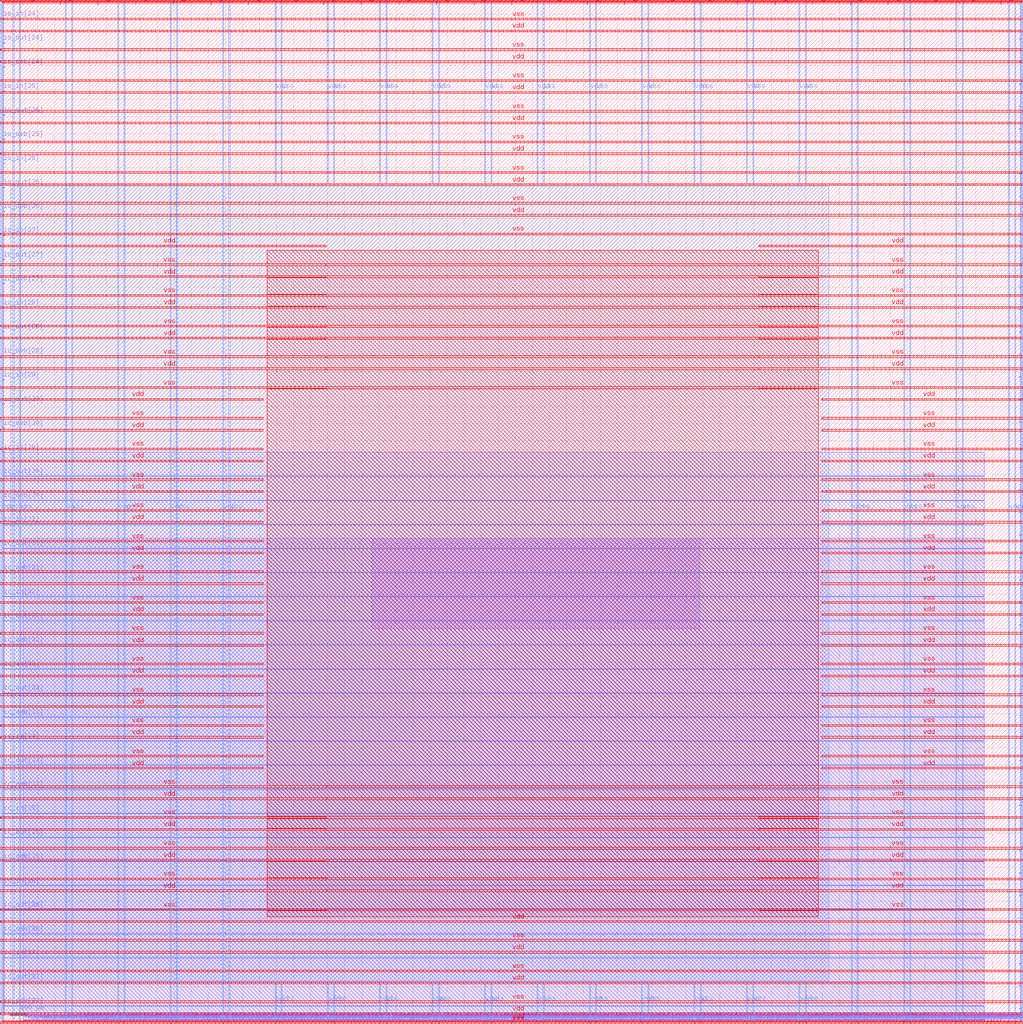
<source format=lef>
VERSION 5.7 ;
  NOWIREEXTENSIONATPIN ON ;
  DIVIDERCHAR "/" ;
  BUSBITCHARS "[]" ;
MACRO user_project_wrapper
  CLASS BLOCK ;
  FOREIGN user_project_wrapper ;
  ORIGIN 0.000 0.000 ;
  SIZE 2980.200 BY 2980.200 ;
  PIN io_in[0]
    DIRECTION INPUT ;
    USE SIGNAL ;
    PORT
      LAYER Metal3 ;
        RECT 2977.800 35.560 2985.000 36.680 ;
    END
  END io_in[0]
  PIN io_in[10]
    DIRECTION INPUT ;
    USE SIGNAL ;
    PORT
      LAYER Metal3 ;
        RECT 2977.800 2017.960 2985.000 2019.080 ;
    END
  END io_in[10]
  PIN io_in[11]
    DIRECTION INPUT ;
    USE SIGNAL ;
    PORT
      LAYER Metal3 ;
        RECT 2977.800 2216.200 2985.000 2217.320 ;
    END
  END io_in[11]
  PIN io_in[12]
    DIRECTION INPUT ;
    USE SIGNAL ;
    PORT
      LAYER Metal3 ;
        RECT 2977.800 2414.440 2985.000 2415.560 ;
    END
  END io_in[12]
  PIN io_in[13]
    DIRECTION INPUT ;
    USE SIGNAL ;
    PORT
      LAYER Metal3 ;
        RECT 2977.800 2612.680 2985.000 2613.800 ;
    END
  END io_in[13]
  PIN io_in[14]
    DIRECTION INPUT ;
    USE SIGNAL ;
    PORT
      LAYER Metal3 ;
        RECT 2977.800 2810.920 2985.000 2812.040 ;
    END
  END io_in[14]
  PIN io_in[15]
    DIRECTION INPUT ;
    USE SIGNAL ;
    PORT
      LAYER Metal2 ;
        RECT 2923.480 2977.800 2924.600 2985.000 ;
    END
  END io_in[15]
  PIN io_in[16]
    DIRECTION INPUT ;
    USE SIGNAL ;
    PORT
      LAYER Metal2 ;
        RECT 2592.520 2977.800 2593.640 2985.000 ;
    END
  END io_in[16]
  PIN io_in[17]
    DIRECTION INPUT ;
    USE SIGNAL ;
    PORT
      LAYER Metal2 ;
        RECT 2261.560 2977.800 2262.680 2985.000 ;
    END
  END io_in[17]
  PIN io_in[18]
    DIRECTION INPUT ;
    USE SIGNAL ;
    PORT
      LAYER Metal2 ;
        RECT 1930.600 2977.800 1931.720 2985.000 ;
    END
  END io_in[18]
  PIN io_in[19]
    DIRECTION INPUT ;
    USE SIGNAL ;
    PORT
      LAYER Metal2 ;
        RECT 1599.640 2977.800 1600.760 2985.000 ;
    END
  END io_in[19]
  PIN io_in[1]
    DIRECTION INPUT ;
    USE SIGNAL ;
    PORT
      LAYER Metal3 ;
        RECT 2977.800 233.800 2985.000 234.920 ;
    END
  END io_in[1]
  PIN io_in[20]
    DIRECTION INPUT ;
    USE SIGNAL ;
    PORT
      LAYER Metal2 ;
        RECT 1268.680 2977.800 1269.800 2985.000 ;
    END
  END io_in[20]
  PIN io_in[21]
    DIRECTION INPUT ;
    USE SIGNAL ;
    PORT
      LAYER Metal2 ;
        RECT 937.720 2977.800 938.840 2985.000 ;
    END
  END io_in[21]
  PIN io_in[22]
    DIRECTION INPUT ;
    USE SIGNAL ;
    PORT
      LAYER Metal2 ;
        RECT 606.760 2977.800 607.880 2985.000 ;
    END
  END io_in[22]
  PIN io_in[23]
    DIRECTION INPUT ;
    USE SIGNAL ;
    PORT
      LAYER Metal2 ;
        RECT 275.800 2977.800 276.920 2985.000 ;
    END
  END io_in[23]
  PIN io_in[24]
    DIRECTION INPUT ;
    USE SIGNAL ;
    PORT
      LAYER Metal3 ;
        RECT -4.800 2935.800 2.400 2936.920 ;
    END
  END io_in[24]
  PIN io_in[25]
    DIRECTION INPUT ;
    USE SIGNAL ;
    PORT
      LAYER Metal3 ;
        RECT -4.800 2724.120 2.400 2725.240 ;
    END
  END io_in[25]
  PIN io_in[26]
    DIRECTION INPUT ;
    USE SIGNAL ;
    PORT
      LAYER Metal3 ;
        RECT -4.800 2512.440 2.400 2513.560 ;
    END
  END io_in[26]
  PIN io_in[27]
    DIRECTION INPUT ;
    USE SIGNAL ;
    PORT
      LAYER Metal3 ;
        RECT -4.800 2300.760 2.400 2301.880 ;
    END
  END io_in[27]
  PIN io_in[28]
    DIRECTION INPUT ;
    USE SIGNAL ;
    PORT
      LAYER Metal3 ;
        RECT -4.800 2089.080 2.400 2090.200 ;
    END
  END io_in[28]
  PIN io_in[29]
    DIRECTION INPUT ;
    USE SIGNAL ;
    PORT
      LAYER Metal3 ;
        RECT -4.800 1877.400 2.400 1878.520 ;
    END
  END io_in[29]
  PIN io_in[2]
    DIRECTION INPUT ;
    USE SIGNAL ;
    PORT
      LAYER Metal3 ;
        RECT 2977.800 432.040 2985.000 433.160 ;
    END
  END io_in[2]
  PIN io_in[30]
    DIRECTION INPUT ;
    USE SIGNAL ;
    PORT
      LAYER Metal3 ;
        RECT -4.800 1665.720 2.400 1666.840 ;
    END
  END io_in[30]
  PIN io_in[31]
    DIRECTION INPUT ;
    USE SIGNAL ;
    PORT
      LAYER Metal3 ;
        RECT -4.800 1454.040 2.400 1455.160 ;
    END
  END io_in[31]
  PIN io_in[32]
    DIRECTION INPUT ;
    USE SIGNAL ;
    PORT
      LAYER Metal3 ;
        RECT -4.800 1242.360 2.400 1243.480 ;
    END
  END io_in[32]
  PIN io_in[33]
    DIRECTION INPUT ;
    USE SIGNAL ;
    PORT
      LAYER Metal3 ;
        RECT -4.800 1030.680 2.400 1031.800 ;
    END
  END io_in[33]
  PIN io_in[34]
    DIRECTION INPUT ;
    USE SIGNAL ;
    PORT
      LAYER Metal3 ;
        RECT -4.800 819.000 2.400 820.120 ;
    END
  END io_in[34]
  PIN io_in[35]
    DIRECTION INPUT ;
    USE SIGNAL ;
    PORT
      LAYER Metal3 ;
        RECT -4.800 607.320 2.400 608.440 ;
    END
  END io_in[35]
  PIN io_in[36]
    DIRECTION INPUT ;
    USE SIGNAL ;
    PORT
      LAYER Metal3 ;
        RECT -4.800 395.640 2.400 396.760 ;
    END
  END io_in[36]
  PIN io_in[37]
    DIRECTION INPUT ;
    USE SIGNAL ;
    PORT
      LAYER Metal3 ;
        RECT -4.800 183.960 2.400 185.080 ;
    END
  END io_in[37]
  PIN io_in[3]
    DIRECTION INPUT ;
    USE SIGNAL ;
    PORT
      LAYER Metal3 ;
        RECT 2977.800 630.280 2985.000 631.400 ;
    END
  END io_in[3]
  PIN io_in[4]
    DIRECTION INPUT ;
    USE SIGNAL ;
    PORT
      LAYER Metal3 ;
        RECT 2977.800 828.520 2985.000 829.640 ;
    END
  END io_in[4]
  PIN io_in[5]
    DIRECTION INPUT ;
    USE SIGNAL ;
    PORT
      LAYER Metal3 ;
        RECT 2977.800 1026.760 2985.000 1027.880 ;
    END
  END io_in[5]
  PIN io_in[6]
    DIRECTION INPUT ;
    USE SIGNAL ;
    PORT
      LAYER Metal3 ;
        RECT 2977.800 1225.000 2985.000 1226.120 ;
    END
  END io_in[6]
  PIN io_in[7]
    DIRECTION INPUT ;
    USE SIGNAL ;
    PORT
      LAYER Metal3 ;
        RECT 2977.800 1423.240 2985.000 1424.360 ;
    END
  END io_in[7]
  PIN io_in[8]
    DIRECTION INPUT ;
    USE SIGNAL ;
    PORT
      LAYER Metal3 ;
        RECT 2977.800 1621.480 2985.000 1622.600 ;
    END
  END io_in[8]
  PIN io_in[9]
    DIRECTION INPUT ;
    USE SIGNAL ;
    PORT
      LAYER Metal3 ;
        RECT 2977.800 1819.720 2985.000 1820.840 ;
    END
  END io_in[9]
  PIN io_oeb[0]
    DIRECTION OUTPUT TRISTATE ;
    USE SIGNAL ;
    PORT
      LAYER Metal3 ;
        RECT 2977.800 167.720 2985.000 168.840 ;
    END
  END io_oeb[0]
  PIN io_oeb[10]
    DIRECTION OUTPUT TRISTATE ;
    USE SIGNAL ;
    PORT
      LAYER Metal3 ;
        RECT 2977.800 2150.120 2985.000 2151.240 ;
    END
  END io_oeb[10]
  PIN io_oeb[11]
    DIRECTION OUTPUT TRISTATE ;
    USE SIGNAL ;
    PORT
      LAYER Metal3 ;
        RECT 2977.800 2348.360 2985.000 2349.480 ;
    END
  END io_oeb[11]
  PIN io_oeb[12]
    DIRECTION OUTPUT TRISTATE ;
    USE SIGNAL ;
    PORT
      LAYER Metal3 ;
        RECT 2977.800 2546.600 2985.000 2547.720 ;
    END
  END io_oeb[12]
  PIN io_oeb[13]
    DIRECTION OUTPUT TRISTATE ;
    USE SIGNAL ;
    PORT
      LAYER Metal3 ;
        RECT 2977.800 2744.840 2985.000 2745.960 ;
    END
  END io_oeb[13]
  PIN io_oeb[14]
    DIRECTION OUTPUT TRISTATE ;
    USE SIGNAL ;
    PORT
      LAYER Metal3 ;
        RECT 2977.800 2943.080 2985.000 2944.200 ;
    END
  END io_oeb[14]
  PIN io_oeb[15]
    DIRECTION OUTPUT TRISTATE ;
    USE SIGNAL ;
    PORT
      LAYER Metal2 ;
        RECT 2702.840 2977.800 2703.960 2985.000 ;
    END
  END io_oeb[15]
  PIN io_oeb[16]
    DIRECTION OUTPUT TRISTATE ;
    USE SIGNAL ;
    PORT
      LAYER Metal2 ;
        RECT 2371.880 2977.800 2373.000 2985.000 ;
    END
  END io_oeb[16]
  PIN io_oeb[17]
    DIRECTION OUTPUT TRISTATE ;
    USE SIGNAL ;
    PORT
      LAYER Metal2 ;
        RECT 2040.920 2977.800 2042.040 2985.000 ;
    END
  END io_oeb[17]
  PIN io_oeb[18]
    DIRECTION OUTPUT TRISTATE ;
    USE SIGNAL ;
    PORT
      LAYER Metal2 ;
        RECT 1709.960 2977.800 1711.080 2985.000 ;
    END
  END io_oeb[18]
  PIN io_oeb[19]
    DIRECTION OUTPUT TRISTATE ;
    USE SIGNAL ;
    PORT
      LAYER Metal2 ;
        RECT 1379.000 2977.800 1380.120 2985.000 ;
    END
  END io_oeb[19]
  PIN io_oeb[1]
    DIRECTION OUTPUT TRISTATE ;
    USE SIGNAL ;
    PORT
      LAYER Metal3 ;
        RECT 2977.800 365.960 2985.000 367.080 ;
    END
  END io_oeb[1]
  PIN io_oeb[20]
    DIRECTION OUTPUT TRISTATE ;
    USE SIGNAL ;
    PORT
      LAYER Metal2 ;
        RECT 1048.040 2977.800 1049.160 2985.000 ;
    END
  END io_oeb[20]
  PIN io_oeb[21]
    DIRECTION OUTPUT TRISTATE ;
    USE SIGNAL ;
    PORT
      LAYER Metal2 ;
        RECT 717.080 2977.800 718.200 2985.000 ;
    END
  END io_oeb[21]
  PIN io_oeb[22]
    DIRECTION OUTPUT TRISTATE ;
    USE SIGNAL ;
    PORT
      LAYER Metal2 ;
        RECT 386.120 2977.800 387.240 2985.000 ;
    END
  END io_oeb[22]
  PIN io_oeb[23]
    DIRECTION OUTPUT TRISTATE ;
    USE SIGNAL ;
    PORT
      LAYER Metal2 ;
        RECT 55.160 2977.800 56.280 2985.000 ;
    END
  END io_oeb[23]
  PIN io_oeb[24]
    DIRECTION OUTPUT TRISTATE ;
    USE SIGNAL ;
    PORT
      LAYER Metal3 ;
        RECT -4.800 2794.680 2.400 2795.800 ;
    END
  END io_oeb[24]
  PIN io_oeb[25]
    DIRECTION OUTPUT TRISTATE ;
    USE SIGNAL ;
    PORT
      LAYER Metal3 ;
        RECT -4.800 2583.000 2.400 2584.120 ;
    END
  END io_oeb[25]
  PIN io_oeb[26]
    DIRECTION OUTPUT TRISTATE ;
    USE SIGNAL ;
    PORT
      LAYER Metal3 ;
        RECT -4.800 2371.320 2.400 2372.440 ;
    END
  END io_oeb[26]
  PIN io_oeb[27]
    DIRECTION OUTPUT TRISTATE ;
    USE SIGNAL ;
    PORT
      LAYER Metal3 ;
        RECT -4.800 2159.640 2.400 2160.760 ;
    END
  END io_oeb[27]
  PIN io_oeb[28]
    DIRECTION OUTPUT TRISTATE ;
    USE SIGNAL ;
    PORT
      LAYER Metal3 ;
        RECT -4.800 1947.960 2.400 1949.080 ;
    END
  END io_oeb[28]
  PIN io_oeb[29]
    DIRECTION OUTPUT TRISTATE ;
    USE SIGNAL ;
    PORT
      LAYER Metal3 ;
        RECT -4.800 1736.280 2.400 1737.400 ;
    END
  END io_oeb[29]
  PIN io_oeb[2]
    DIRECTION OUTPUT TRISTATE ;
    USE SIGNAL ;
    PORT
      LAYER Metal3 ;
        RECT 2977.800 564.200 2985.000 565.320 ;
    END
  END io_oeb[2]
  PIN io_oeb[30]
    DIRECTION OUTPUT TRISTATE ;
    USE SIGNAL ;
    PORT
      LAYER Metal3 ;
        RECT -4.800 1524.600 2.400 1525.720 ;
    END
  END io_oeb[30]
  PIN io_oeb[31]
    DIRECTION OUTPUT TRISTATE ;
    USE SIGNAL ;
    PORT
      LAYER Metal3 ;
        RECT -4.800 1312.920 2.400 1314.040 ;
    END
  END io_oeb[31]
  PIN io_oeb[32]
    DIRECTION OUTPUT TRISTATE ;
    USE SIGNAL ;
    PORT
      LAYER Metal3 ;
        RECT -4.800 1101.240 2.400 1102.360 ;
    END
  END io_oeb[32]
  PIN io_oeb[33]
    DIRECTION OUTPUT TRISTATE ;
    USE SIGNAL ;
    PORT
      LAYER Metal3 ;
        RECT -4.800 889.560 2.400 890.680 ;
    END
  END io_oeb[33]
  PIN io_oeb[34]
    DIRECTION OUTPUT TRISTATE ;
    USE SIGNAL ;
    PORT
      LAYER Metal3 ;
        RECT -4.800 677.880 2.400 679.000 ;
    END
  END io_oeb[34]
  PIN io_oeb[35]
    DIRECTION OUTPUT TRISTATE ;
    USE SIGNAL ;
    PORT
      LAYER Metal3 ;
        RECT -4.800 466.200 2.400 467.320 ;
    END
  END io_oeb[35]
  PIN io_oeb[36]
    DIRECTION OUTPUT TRISTATE ;
    USE SIGNAL ;
    PORT
      LAYER Metal3 ;
        RECT -4.800 254.520 2.400 255.640 ;
    END
  END io_oeb[36]
  PIN io_oeb[37]
    DIRECTION OUTPUT TRISTATE ;
    USE SIGNAL ;
    PORT
      LAYER Metal3 ;
        RECT -4.800 42.840 2.400 43.960 ;
    END
  END io_oeb[37]
  PIN io_oeb[3]
    DIRECTION OUTPUT TRISTATE ;
    USE SIGNAL ;
    PORT
      LAYER Metal3 ;
        RECT 2977.800 762.440 2985.000 763.560 ;
    END
  END io_oeb[3]
  PIN io_oeb[4]
    DIRECTION OUTPUT TRISTATE ;
    USE SIGNAL ;
    PORT
      LAYER Metal3 ;
        RECT 2977.800 960.680 2985.000 961.800 ;
    END
  END io_oeb[4]
  PIN io_oeb[5]
    DIRECTION OUTPUT TRISTATE ;
    USE SIGNAL ;
    PORT
      LAYER Metal3 ;
        RECT 2977.800 1158.920 2985.000 1160.040 ;
    END
  END io_oeb[5]
  PIN io_oeb[6]
    DIRECTION OUTPUT TRISTATE ;
    USE SIGNAL ;
    PORT
      LAYER Metal3 ;
        RECT 2977.800 1357.160 2985.000 1358.280 ;
    END
  END io_oeb[6]
  PIN io_oeb[7]
    DIRECTION OUTPUT TRISTATE ;
    USE SIGNAL ;
    PORT
      LAYER Metal3 ;
        RECT 2977.800 1555.400 2985.000 1556.520 ;
    END
  END io_oeb[7]
  PIN io_oeb[8]
    DIRECTION OUTPUT TRISTATE ;
    USE SIGNAL ;
    PORT
      LAYER Metal3 ;
        RECT 2977.800 1753.640 2985.000 1754.760 ;
    END
  END io_oeb[8]
  PIN io_oeb[9]
    DIRECTION OUTPUT TRISTATE ;
    USE SIGNAL ;
    PORT
      LAYER Metal3 ;
        RECT 2977.800 1951.880 2985.000 1953.000 ;
    END
  END io_oeb[9]
  PIN io_out[0]
    DIRECTION OUTPUT TRISTATE ;
    USE SIGNAL ;
    PORT
      LAYER Metal3 ;
        RECT 2977.800 101.640 2985.000 102.760 ;
    END
  END io_out[0]
  PIN io_out[10]
    DIRECTION OUTPUT TRISTATE ;
    USE SIGNAL ;
    PORT
      LAYER Metal3 ;
        RECT 2977.800 2084.040 2985.000 2085.160 ;
    END
  END io_out[10]
  PIN io_out[11]
    DIRECTION OUTPUT TRISTATE ;
    USE SIGNAL ;
    PORT
      LAYER Metal3 ;
        RECT 2977.800 2282.280 2985.000 2283.400 ;
    END
  END io_out[11]
  PIN io_out[12]
    DIRECTION OUTPUT TRISTATE ;
    USE SIGNAL ;
    PORT
      LAYER Metal3 ;
        RECT 2977.800 2480.520 2985.000 2481.640 ;
    END
  END io_out[12]
  PIN io_out[13]
    DIRECTION OUTPUT TRISTATE ;
    USE SIGNAL ;
    PORT
      LAYER Metal3 ;
        RECT 2977.800 2678.760 2985.000 2679.880 ;
    END
  END io_out[13]
  PIN io_out[14]
    DIRECTION OUTPUT TRISTATE ;
    USE SIGNAL ;
    PORT
      LAYER Metal3 ;
        RECT 2977.800 2877.000 2985.000 2878.120 ;
    END
  END io_out[14]
  PIN io_out[15]
    DIRECTION OUTPUT TRISTATE ;
    USE SIGNAL ;
    PORT
      LAYER Metal2 ;
        RECT 2813.160 2977.800 2814.280 2985.000 ;
    END
  END io_out[15]
  PIN io_out[16]
    DIRECTION OUTPUT TRISTATE ;
    USE SIGNAL ;
    PORT
      LAYER Metal2 ;
        RECT 2482.200 2977.800 2483.320 2985.000 ;
    END
  END io_out[16]
  PIN io_out[17]
    DIRECTION OUTPUT TRISTATE ;
    USE SIGNAL ;
    PORT
      LAYER Metal2 ;
        RECT 2151.240 2977.800 2152.360 2985.000 ;
    END
  END io_out[17]
  PIN io_out[18]
    DIRECTION OUTPUT TRISTATE ;
    USE SIGNAL ;
    PORT
      LAYER Metal2 ;
        RECT 1820.280 2977.800 1821.400 2985.000 ;
    END
  END io_out[18]
  PIN io_out[19]
    DIRECTION OUTPUT TRISTATE ;
    USE SIGNAL ;
    PORT
      LAYER Metal2 ;
        RECT 1489.320 2977.800 1490.440 2985.000 ;
    END
  END io_out[19]
  PIN io_out[1]
    DIRECTION OUTPUT TRISTATE ;
    USE SIGNAL ;
    PORT
      LAYER Metal3 ;
        RECT 2977.800 299.880 2985.000 301.000 ;
    END
  END io_out[1]
  PIN io_out[20]
    DIRECTION OUTPUT TRISTATE ;
    USE SIGNAL ;
    PORT
      LAYER Metal2 ;
        RECT 1158.360 2977.800 1159.480 2985.000 ;
    END
  END io_out[20]
  PIN io_out[21]
    DIRECTION OUTPUT TRISTATE ;
    USE SIGNAL ;
    PORT
      LAYER Metal2 ;
        RECT 827.400 2977.800 828.520 2985.000 ;
    END
  END io_out[21]
  PIN io_out[22]
    DIRECTION OUTPUT TRISTATE ;
    USE SIGNAL ;
    PORT
      LAYER Metal2 ;
        RECT 496.440 2977.800 497.560 2985.000 ;
    END
  END io_out[22]
  PIN io_out[23]
    DIRECTION OUTPUT TRISTATE ;
    USE SIGNAL ;
    PORT
      LAYER Metal2 ;
        RECT 165.480 2977.800 166.600 2985.000 ;
    END
  END io_out[23]
  PIN io_out[24]
    DIRECTION OUTPUT TRISTATE ;
    USE SIGNAL ;
    PORT
      LAYER Metal3 ;
        RECT -4.800 2865.240 2.400 2866.360 ;
    END
  END io_out[24]
  PIN io_out[25]
    DIRECTION OUTPUT TRISTATE ;
    USE SIGNAL ;
    PORT
      LAYER Metal3 ;
        RECT -4.800 2653.560 2.400 2654.680 ;
    END
  END io_out[25]
  PIN io_out[26]
    DIRECTION OUTPUT TRISTATE ;
    USE SIGNAL ;
    PORT
      LAYER Metal3 ;
        RECT -4.800 2441.880 2.400 2443.000 ;
    END
  END io_out[26]
  PIN io_out[27]
    DIRECTION OUTPUT TRISTATE ;
    USE SIGNAL ;
    PORT
      LAYER Metal3 ;
        RECT -4.800 2230.200 2.400 2231.320 ;
    END
  END io_out[27]
  PIN io_out[28]
    DIRECTION OUTPUT TRISTATE ;
    USE SIGNAL ;
    PORT
      LAYER Metal3 ;
        RECT -4.800 2018.520 2.400 2019.640 ;
    END
  END io_out[28]
  PIN io_out[29]
    DIRECTION OUTPUT TRISTATE ;
    USE SIGNAL ;
    PORT
      LAYER Metal3 ;
        RECT -4.800 1806.840 2.400 1807.960 ;
    END
  END io_out[29]
  PIN io_out[2]
    DIRECTION OUTPUT TRISTATE ;
    USE SIGNAL ;
    PORT
      LAYER Metal3 ;
        RECT 2977.800 498.120 2985.000 499.240 ;
    END
  END io_out[2]
  PIN io_out[30]
    DIRECTION OUTPUT TRISTATE ;
    USE SIGNAL ;
    PORT
      LAYER Metal3 ;
        RECT -4.800 1595.160 2.400 1596.280 ;
    END
  END io_out[30]
  PIN io_out[31]
    DIRECTION OUTPUT TRISTATE ;
    USE SIGNAL ;
    PORT
      LAYER Metal3 ;
        RECT -4.800 1383.480 2.400 1384.600 ;
    END
  END io_out[31]
  PIN io_out[32]
    DIRECTION OUTPUT TRISTATE ;
    USE SIGNAL ;
    PORT
      LAYER Metal3 ;
        RECT -4.800 1171.800 2.400 1172.920 ;
    END
  END io_out[32]
  PIN io_out[33]
    DIRECTION OUTPUT TRISTATE ;
    USE SIGNAL ;
    PORT
      LAYER Metal3 ;
        RECT -4.800 960.120 2.400 961.240 ;
    END
  END io_out[33]
  PIN io_out[34]
    DIRECTION OUTPUT TRISTATE ;
    USE SIGNAL ;
    PORT
      LAYER Metal3 ;
        RECT -4.800 748.440 2.400 749.560 ;
    END
  END io_out[34]
  PIN io_out[35]
    DIRECTION OUTPUT TRISTATE ;
    USE SIGNAL ;
    PORT
      LAYER Metal3 ;
        RECT -4.800 536.760 2.400 537.880 ;
    END
  END io_out[35]
  PIN io_out[36]
    DIRECTION OUTPUT TRISTATE ;
    USE SIGNAL ;
    PORT
      LAYER Metal3 ;
        RECT -4.800 325.080 2.400 326.200 ;
    END
  END io_out[36]
  PIN io_out[37]
    DIRECTION OUTPUT TRISTATE ;
    USE SIGNAL ;
    PORT
      LAYER Metal3 ;
        RECT -4.800 113.400 2.400 114.520 ;
    END
  END io_out[37]
  PIN io_out[3]
    DIRECTION OUTPUT TRISTATE ;
    USE SIGNAL ;
    PORT
      LAYER Metal3 ;
        RECT 2977.800 696.360 2985.000 697.480 ;
    END
  END io_out[3]
  PIN io_out[4]
    DIRECTION OUTPUT TRISTATE ;
    USE SIGNAL ;
    PORT
      LAYER Metal3 ;
        RECT 2977.800 894.600 2985.000 895.720 ;
    END
  END io_out[4]
  PIN io_out[5]
    DIRECTION OUTPUT TRISTATE ;
    USE SIGNAL ;
    PORT
      LAYER Metal3 ;
        RECT 2977.800 1092.840 2985.000 1093.960 ;
    END
  END io_out[5]
  PIN io_out[6]
    DIRECTION OUTPUT TRISTATE ;
    USE SIGNAL ;
    PORT
      LAYER Metal3 ;
        RECT 2977.800 1291.080 2985.000 1292.200 ;
    END
  END io_out[6]
  PIN io_out[7]
    DIRECTION OUTPUT TRISTATE ;
    USE SIGNAL ;
    PORT
      LAYER Metal3 ;
        RECT 2977.800 1489.320 2985.000 1490.440 ;
    END
  END io_out[7]
  PIN io_out[8]
    DIRECTION OUTPUT TRISTATE ;
    USE SIGNAL ;
    PORT
      LAYER Metal3 ;
        RECT 2977.800 1687.560 2985.000 1688.680 ;
    END
  END io_out[8]
  PIN io_out[9]
    DIRECTION OUTPUT TRISTATE ;
    USE SIGNAL ;
    PORT
      LAYER Metal3 ;
        RECT 2977.800 1885.800 2985.000 1886.920 ;
    END
  END io_out[9]
  PIN la_data_in[0]
    DIRECTION INPUT ;
    USE SIGNAL ;
    PORT
      LAYER Metal2 ;
        RECT 1065.960 -4.800 1067.080 2.400 ;
    END
  END la_data_in[0]
  PIN la_data_in[10]
    DIRECTION INPUT ;
    USE SIGNAL ;
    PORT
      LAYER Metal2 ;
        RECT 1351.560 -4.800 1352.680 2.400 ;
    END
  END la_data_in[10]
  PIN la_data_in[11]
    DIRECTION INPUT ;
    USE SIGNAL ;
    PORT
      LAYER Metal2 ;
        RECT 1380.120 -4.800 1381.240 2.400 ;
    END
  END la_data_in[11]
  PIN la_data_in[12]
    DIRECTION INPUT ;
    USE SIGNAL ;
    PORT
      LAYER Metal2 ;
        RECT 1408.680 -4.800 1409.800 2.400 ;
    END
  END la_data_in[12]
  PIN la_data_in[13]
    DIRECTION INPUT ;
    USE SIGNAL ;
    PORT
      LAYER Metal2 ;
        RECT 1437.240 -4.800 1438.360 2.400 ;
    END
  END la_data_in[13]
  PIN la_data_in[14]
    DIRECTION INPUT ;
    USE SIGNAL ;
    PORT
      LAYER Metal2 ;
        RECT 1465.800 -4.800 1466.920 2.400 ;
    END
  END la_data_in[14]
  PIN la_data_in[15]
    DIRECTION INPUT ;
    USE SIGNAL ;
    PORT
      LAYER Metal2 ;
        RECT 1494.360 -4.800 1495.480 2.400 ;
    END
  END la_data_in[15]
  PIN la_data_in[16]
    DIRECTION INPUT ;
    USE SIGNAL ;
    PORT
      LAYER Metal2 ;
        RECT 1522.920 -4.800 1524.040 2.400 ;
    END
  END la_data_in[16]
  PIN la_data_in[17]
    DIRECTION INPUT ;
    USE SIGNAL ;
    PORT
      LAYER Metal2 ;
        RECT 1551.480 -4.800 1552.600 2.400 ;
    END
  END la_data_in[17]
  PIN la_data_in[18]
    DIRECTION INPUT ;
    USE SIGNAL ;
    PORT
      LAYER Metal2 ;
        RECT 1580.040 -4.800 1581.160 2.400 ;
    END
  END la_data_in[18]
  PIN la_data_in[19]
    DIRECTION INPUT ;
    USE SIGNAL ;
    PORT
      LAYER Metal2 ;
        RECT 1608.600 -4.800 1609.720 2.400 ;
    END
  END la_data_in[19]
  PIN la_data_in[1]
    DIRECTION INPUT ;
    USE SIGNAL ;
    PORT
      LAYER Metal2 ;
        RECT 1094.520 -4.800 1095.640 2.400 ;
    END
  END la_data_in[1]
  PIN la_data_in[20]
    DIRECTION INPUT ;
    USE SIGNAL ;
    PORT
      LAYER Metal2 ;
        RECT 1637.160 -4.800 1638.280 2.400 ;
    END
  END la_data_in[20]
  PIN la_data_in[21]
    DIRECTION INPUT ;
    USE SIGNAL ;
    PORT
      LAYER Metal2 ;
        RECT 1665.720 -4.800 1666.840 2.400 ;
    END
  END la_data_in[21]
  PIN la_data_in[22]
    DIRECTION INPUT ;
    USE SIGNAL ;
    PORT
      LAYER Metal2 ;
        RECT 1694.280 -4.800 1695.400 2.400 ;
    END
  END la_data_in[22]
  PIN la_data_in[23]
    DIRECTION INPUT ;
    USE SIGNAL ;
    PORT
      LAYER Metal2 ;
        RECT 1722.840 -4.800 1723.960 2.400 ;
    END
  END la_data_in[23]
  PIN la_data_in[24]
    DIRECTION INPUT ;
    USE SIGNAL ;
    PORT
      LAYER Metal2 ;
        RECT 1751.400 -4.800 1752.520 2.400 ;
    END
  END la_data_in[24]
  PIN la_data_in[25]
    DIRECTION INPUT ;
    USE SIGNAL ;
    PORT
      LAYER Metal2 ;
        RECT 1779.960 -4.800 1781.080 2.400 ;
    END
  END la_data_in[25]
  PIN la_data_in[26]
    DIRECTION INPUT ;
    USE SIGNAL ;
    PORT
      LAYER Metal2 ;
        RECT 1808.520 -4.800 1809.640 2.400 ;
    END
  END la_data_in[26]
  PIN la_data_in[27]
    DIRECTION INPUT ;
    USE SIGNAL ;
    PORT
      LAYER Metal2 ;
        RECT 1837.080 -4.800 1838.200 2.400 ;
    END
  END la_data_in[27]
  PIN la_data_in[28]
    DIRECTION INPUT ;
    USE SIGNAL ;
    PORT
      LAYER Metal2 ;
        RECT 1865.640 -4.800 1866.760 2.400 ;
    END
  END la_data_in[28]
  PIN la_data_in[29]
    DIRECTION INPUT ;
    USE SIGNAL ;
    PORT
      LAYER Metal2 ;
        RECT 1894.200 -4.800 1895.320 2.400 ;
    END
  END la_data_in[29]
  PIN la_data_in[2]
    DIRECTION INPUT ;
    USE SIGNAL ;
    PORT
      LAYER Metal2 ;
        RECT 1123.080 -4.800 1124.200 2.400 ;
    END
  END la_data_in[2]
  PIN la_data_in[30]
    DIRECTION INPUT ;
    USE SIGNAL ;
    PORT
      LAYER Metal2 ;
        RECT 1922.760 -4.800 1923.880 2.400 ;
    END
  END la_data_in[30]
  PIN la_data_in[31]
    DIRECTION INPUT ;
    USE SIGNAL ;
    PORT
      LAYER Metal2 ;
        RECT 1951.320 -4.800 1952.440 2.400 ;
    END
  END la_data_in[31]
  PIN la_data_in[32]
    DIRECTION INPUT ;
    USE SIGNAL ;
    PORT
      LAYER Metal2 ;
        RECT 1979.880 -4.800 1981.000 2.400 ;
    END
  END la_data_in[32]
  PIN la_data_in[33]
    DIRECTION INPUT ;
    USE SIGNAL ;
    PORT
      LAYER Metal2 ;
        RECT 2008.440 -4.800 2009.560 2.400 ;
    END
  END la_data_in[33]
  PIN la_data_in[34]
    DIRECTION INPUT ;
    USE SIGNAL ;
    PORT
      LAYER Metal2 ;
        RECT 2037.000 -4.800 2038.120 2.400 ;
    END
  END la_data_in[34]
  PIN la_data_in[35]
    DIRECTION INPUT ;
    USE SIGNAL ;
    PORT
      LAYER Metal2 ;
        RECT 2065.560 -4.800 2066.680 2.400 ;
    END
  END la_data_in[35]
  PIN la_data_in[36]
    DIRECTION INPUT ;
    USE SIGNAL ;
    PORT
      LAYER Metal2 ;
        RECT 2094.120 -4.800 2095.240 2.400 ;
    END
  END la_data_in[36]
  PIN la_data_in[37]
    DIRECTION INPUT ;
    USE SIGNAL ;
    PORT
      LAYER Metal2 ;
        RECT 2122.680 -4.800 2123.800 2.400 ;
    END
  END la_data_in[37]
  PIN la_data_in[38]
    DIRECTION INPUT ;
    USE SIGNAL ;
    PORT
      LAYER Metal2 ;
        RECT 2151.240 -4.800 2152.360 2.400 ;
    END
  END la_data_in[38]
  PIN la_data_in[39]
    DIRECTION INPUT ;
    USE SIGNAL ;
    PORT
      LAYER Metal2 ;
        RECT 2179.800 -4.800 2180.920 2.400 ;
    END
  END la_data_in[39]
  PIN la_data_in[3]
    DIRECTION INPUT ;
    USE SIGNAL ;
    PORT
      LAYER Metal2 ;
        RECT 1151.640 -4.800 1152.760 2.400 ;
    END
  END la_data_in[3]
  PIN la_data_in[40]
    DIRECTION INPUT ;
    USE SIGNAL ;
    PORT
      LAYER Metal2 ;
        RECT 2208.360 -4.800 2209.480 2.400 ;
    END
  END la_data_in[40]
  PIN la_data_in[41]
    DIRECTION INPUT ;
    USE SIGNAL ;
    PORT
      LAYER Metal2 ;
        RECT 2236.920 -4.800 2238.040 2.400 ;
    END
  END la_data_in[41]
  PIN la_data_in[42]
    DIRECTION INPUT ;
    USE SIGNAL ;
    PORT
      LAYER Metal2 ;
        RECT 2265.480 -4.800 2266.600 2.400 ;
    END
  END la_data_in[42]
  PIN la_data_in[43]
    DIRECTION INPUT ;
    USE SIGNAL ;
    PORT
      LAYER Metal2 ;
        RECT 2294.040 -4.800 2295.160 2.400 ;
    END
  END la_data_in[43]
  PIN la_data_in[44]
    DIRECTION INPUT ;
    USE SIGNAL ;
    PORT
      LAYER Metal2 ;
        RECT 2322.600 -4.800 2323.720 2.400 ;
    END
  END la_data_in[44]
  PIN la_data_in[45]
    DIRECTION INPUT ;
    USE SIGNAL ;
    PORT
      LAYER Metal2 ;
        RECT 2351.160 -4.800 2352.280 2.400 ;
    END
  END la_data_in[45]
  PIN la_data_in[46]
    DIRECTION INPUT ;
    USE SIGNAL ;
    PORT
      LAYER Metal2 ;
        RECT 2379.720 -4.800 2380.840 2.400 ;
    END
  END la_data_in[46]
  PIN la_data_in[47]
    DIRECTION INPUT ;
    USE SIGNAL ;
    PORT
      LAYER Metal2 ;
        RECT 2408.280 -4.800 2409.400 2.400 ;
    END
  END la_data_in[47]
  PIN la_data_in[48]
    DIRECTION INPUT ;
    USE SIGNAL ;
    PORT
      LAYER Metal2 ;
        RECT 2436.840 -4.800 2437.960 2.400 ;
    END
  END la_data_in[48]
  PIN la_data_in[49]
    DIRECTION INPUT ;
    USE SIGNAL ;
    PORT
      LAYER Metal2 ;
        RECT 2465.400 -4.800 2466.520 2.400 ;
    END
  END la_data_in[49]
  PIN la_data_in[4]
    DIRECTION INPUT ;
    USE SIGNAL ;
    PORT
      LAYER Metal2 ;
        RECT 1180.200 -4.800 1181.320 2.400 ;
    END
  END la_data_in[4]
  PIN la_data_in[50]
    DIRECTION INPUT ;
    USE SIGNAL ;
    PORT
      LAYER Metal2 ;
        RECT 2493.960 -4.800 2495.080 2.400 ;
    END
  END la_data_in[50]
  PIN la_data_in[51]
    DIRECTION INPUT ;
    USE SIGNAL ;
    PORT
      LAYER Metal2 ;
        RECT 2522.520 -4.800 2523.640 2.400 ;
    END
  END la_data_in[51]
  PIN la_data_in[52]
    DIRECTION INPUT ;
    USE SIGNAL ;
    PORT
      LAYER Metal2 ;
        RECT 2551.080 -4.800 2552.200 2.400 ;
    END
  END la_data_in[52]
  PIN la_data_in[53]
    DIRECTION INPUT ;
    USE SIGNAL ;
    PORT
      LAYER Metal2 ;
        RECT 2579.640 -4.800 2580.760 2.400 ;
    END
  END la_data_in[53]
  PIN la_data_in[54]
    DIRECTION INPUT ;
    USE SIGNAL ;
    PORT
      LAYER Metal2 ;
        RECT 2608.200 -4.800 2609.320 2.400 ;
    END
  END la_data_in[54]
  PIN la_data_in[55]
    DIRECTION INPUT ;
    USE SIGNAL ;
    PORT
      LAYER Metal2 ;
        RECT 2636.760 -4.800 2637.880 2.400 ;
    END
  END la_data_in[55]
  PIN la_data_in[56]
    DIRECTION INPUT ;
    USE SIGNAL ;
    PORT
      LAYER Metal2 ;
        RECT 2665.320 -4.800 2666.440 2.400 ;
    END
  END la_data_in[56]
  PIN la_data_in[57]
    DIRECTION INPUT ;
    USE SIGNAL ;
    PORT
      LAYER Metal2 ;
        RECT 2693.880 -4.800 2695.000 2.400 ;
    END
  END la_data_in[57]
  PIN la_data_in[58]
    DIRECTION INPUT ;
    USE SIGNAL ;
    PORT
      LAYER Metal2 ;
        RECT 2722.440 -4.800 2723.560 2.400 ;
    END
  END la_data_in[58]
  PIN la_data_in[59]
    DIRECTION INPUT ;
    USE SIGNAL ;
    PORT
      LAYER Metal2 ;
        RECT 2751.000 -4.800 2752.120 2.400 ;
    END
  END la_data_in[59]
  PIN la_data_in[5]
    DIRECTION INPUT ;
    USE SIGNAL ;
    PORT
      LAYER Metal2 ;
        RECT 1208.760 -4.800 1209.880 2.400 ;
    END
  END la_data_in[5]
  PIN la_data_in[60]
    DIRECTION INPUT ;
    USE SIGNAL ;
    PORT
      LAYER Metal2 ;
        RECT 2779.560 -4.800 2780.680 2.400 ;
    END
  END la_data_in[60]
  PIN la_data_in[61]
    DIRECTION INPUT ;
    USE SIGNAL ;
    PORT
      LAYER Metal2 ;
        RECT 2808.120 -4.800 2809.240 2.400 ;
    END
  END la_data_in[61]
  PIN la_data_in[62]
    DIRECTION INPUT ;
    USE SIGNAL ;
    PORT
      LAYER Metal2 ;
        RECT 2836.680 -4.800 2837.800 2.400 ;
    END
  END la_data_in[62]
  PIN la_data_in[63]
    DIRECTION INPUT ;
    USE SIGNAL ;
    PORT
      LAYER Metal2 ;
        RECT 2865.240 -4.800 2866.360 2.400 ;
    END
  END la_data_in[63]
  PIN la_data_in[6]
    DIRECTION INPUT ;
    USE SIGNAL ;
    PORT
      LAYER Metal2 ;
        RECT 1237.320 -4.800 1238.440 2.400 ;
    END
  END la_data_in[6]
  PIN la_data_in[7]
    DIRECTION INPUT ;
    USE SIGNAL ;
    PORT
      LAYER Metal2 ;
        RECT 1265.880 -4.800 1267.000 2.400 ;
    END
  END la_data_in[7]
  PIN la_data_in[8]
    DIRECTION INPUT ;
    USE SIGNAL ;
    PORT
      LAYER Metal2 ;
        RECT 1294.440 -4.800 1295.560 2.400 ;
    END
  END la_data_in[8]
  PIN la_data_in[9]
    DIRECTION INPUT ;
    USE SIGNAL ;
    PORT
      LAYER Metal2 ;
        RECT 1323.000 -4.800 1324.120 2.400 ;
    END
  END la_data_in[9]
  PIN la_data_out[0]
    DIRECTION OUTPUT TRISTATE ;
    USE SIGNAL ;
    PORT
      LAYER Metal2 ;
        RECT 1075.480 -4.800 1076.600 2.400 ;
    END
  END la_data_out[0]
  PIN la_data_out[10]
    DIRECTION OUTPUT TRISTATE ;
    USE SIGNAL ;
    PORT
      LAYER Metal2 ;
        RECT 1361.080 -4.800 1362.200 2.400 ;
    END
  END la_data_out[10]
  PIN la_data_out[11]
    DIRECTION OUTPUT TRISTATE ;
    USE SIGNAL ;
    PORT
      LAYER Metal2 ;
        RECT 1389.640 -4.800 1390.760 2.400 ;
    END
  END la_data_out[11]
  PIN la_data_out[12]
    DIRECTION OUTPUT TRISTATE ;
    USE SIGNAL ;
    PORT
      LAYER Metal2 ;
        RECT 1418.200 -4.800 1419.320 2.400 ;
    END
  END la_data_out[12]
  PIN la_data_out[13]
    DIRECTION OUTPUT TRISTATE ;
    USE SIGNAL ;
    PORT
      LAYER Metal2 ;
        RECT 1446.760 -4.800 1447.880 2.400 ;
    END
  END la_data_out[13]
  PIN la_data_out[14]
    DIRECTION OUTPUT TRISTATE ;
    USE SIGNAL ;
    PORT
      LAYER Metal2 ;
        RECT 1475.320 -4.800 1476.440 2.400 ;
    END
  END la_data_out[14]
  PIN la_data_out[15]
    DIRECTION OUTPUT TRISTATE ;
    USE SIGNAL ;
    PORT
      LAYER Metal2 ;
        RECT 1503.880 -4.800 1505.000 2.400 ;
    END
  END la_data_out[15]
  PIN la_data_out[16]
    DIRECTION OUTPUT TRISTATE ;
    USE SIGNAL ;
    PORT
      LAYER Metal2 ;
        RECT 1532.440 -4.800 1533.560 2.400 ;
    END
  END la_data_out[16]
  PIN la_data_out[17]
    DIRECTION OUTPUT TRISTATE ;
    USE SIGNAL ;
    PORT
      LAYER Metal2 ;
        RECT 1561.000 -4.800 1562.120 2.400 ;
    END
  END la_data_out[17]
  PIN la_data_out[18]
    DIRECTION OUTPUT TRISTATE ;
    USE SIGNAL ;
    PORT
      LAYER Metal2 ;
        RECT 1589.560 -4.800 1590.680 2.400 ;
    END
  END la_data_out[18]
  PIN la_data_out[19]
    DIRECTION OUTPUT TRISTATE ;
    USE SIGNAL ;
    PORT
      LAYER Metal2 ;
        RECT 1618.120 -4.800 1619.240 2.400 ;
    END
  END la_data_out[19]
  PIN la_data_out[1]
    DIRECTION OUTPUT TRISTATE ;
    USE SIGNAL ;
    PORT
      LAYER Metal2 ;
        RECT 1104.040 -4.800 1105.160 2.400 ;
    END
  END la_data_out[1]
  PIN la_data_out[20]
    DIRECTION OUTPUT TRISTATE ;
    USE SIGNAL ;
    PORT
      LAYER Metal2 ;
        RECT 1646.680 -4.800 1647.800 2.400 ;
    END
  END la_data_out[20]
  PIN la_data_out[21]
    DIRECTION OUTPUT TRISTATE ;
    USE SIGNAL ;
    PORT
      LAYER Metal2 ;
        RECT 1675.240 -4.800 1676.360 2.400 ;
    END
  END la_data_out[21]
  PIN la_data_out[22]
    DIRECTION OUTPUT TRISTATE ;
    USE SIGNAL ;
    PORT
      LAYER Metal2 ;
        RECT 1703.800 -4.800 1704.920 2.400 ;
    END
  END la_data_out[22]
  PIN la_data_out[23]
    DIRECTION OUTPUT TRISTATE ;
    USE SIGNAL ;
    PORT
      LAYER Metal2 ;
        RECT 1732.360 -4.800 1733.480 2.400 ;
    END
  END la_data_out[23]
  PIN la_data_out[24]
    DIRECTION OUTPUT TRISTATE ;
    USE SIGNAL ;
    PORT
      LAYER Metal2 ;
        RECT 1760.920 -4.800 1762.040 2.400 ;
    END
  END la_data_out[24]
  PIN la_data_out[25]
    DIRECTION OUTPUT TRISTATE ;
    USE SIGNAL ;
    PORT
      LAYER Metal2 ;
        RECT 1789.480 -4.800 1790.600 2.400 ;
    END
  END la_data_out[25]
  PIN la_data_out[26]
    DIRECTION OUTPUT TRISTATE ;
    USE SIGNAL ;
    PORT
      LAYER Metal2 ;
        RECT 1818.040 -4.800 1819.160 2.400 ;
    END
  END la_data_out[26]
  PIN la_data_out[27]
    DIRECTION OUTPUT TRISTATE ;
    USE SIGNAL ;
    PORT
      LAYER Metal2 ;
        RECT 1846.600 -4.800 1847.720 2.400 ;
    END
  END la_data_out[27]
  PIN la_data_out[28]
    DIRECTION OUTPUT TRISTATE ;
    USE SIGNAL ;
    PORT
      LAYER Metal2 ;
        RECT 1875.160 -4.800 1876.280 2.400 ;
    END
  END la_data_out[28]
  PIN la_data_out[29]
    DIRECTION OUTPUT TRISTATE ;
    USE SIGNAL ;
    PORT
      LAYER Metal2 ;
        RECT 1903.720 -4.800 1904.840 2.400 ;
    END
  END la_data_out[29]
  PIN la_data_out[2]
    DIRECTION OUTPUT TRISTATE ;
    USE SIGNAL ;
    PORT
      LAYER Metal2 ;
        RECT 1132.600 -4.800 1133.720 2.400 ;
    END
  END la_data_out[2]
  PIN la_data_out[30]
    DIRECTION OUTPUT TRISTATE ;
    USE SIGNAL ;
    PORT
      LAYER Metal2 ;
        RECT 1932.280 -4.800 1933.400 2.400 ;
    END
  END la_data_out[30]
  PIN la_data_out[31]
    DIRECTION OUTPUT TRISTATE ;
    USE SIGNAL ;
    PORT
      LAYER Metal2 ;
        RECT 1960.840 -4.800 1961.960 2.400 ;
    END
  END la_data_out[31]
  PIN la_data_out[32]
    DIRECTION OUTPUT TRISTATE ;
    USE SIGNAL ;
    PORT
      LAYER Metal2 ;
        RECT 1989.400 -4.800 1990.520 2.400 ;
    END
  END la_data_out[32]
  PIN la_data_out[33]
    DIRECTION OUTPUT TRISTATE ;
    USE SIGNAL ;
    PORT
      LAYER Metal2 ;
        RECT 2017.960 -4.800 2019.080 2.400 ;
    END
  END la_data_out[33]
  PIN la_data_out[34]
    DIRECTION OUTPUT TRISTATE ;
    USE SIGNAL ;
    PORT
      LAYER Metal2 ;
        RECT 2046.520 -4.800 2047.640 2.400 ;
    END
  END la_data_out[34]
  PIN la_data_out[35]
    DIRECTION OUTPUT TRISTATE ;
    USE SIGNAL ;
    PORT
      LAYER Metal2 ;
        RECT 2075.080 -4.800 2076.200 2.400 ;
    END
  END la_data_out[35]
  PIN la_data_out[36]
    DIRECTION OUTPUT TRISTATE ;
    USE SIGNAL ;
    PORT
      LAYER Metal2 ;
        RECT 2103.640 -4.800 2104.760 2.400 ;
    END
  END la_data_out[36]
  PIN la_data_out[37]
    DIRECTION OUTPUT TRISTATE ;
    USE SIGNAL ;
    PORT
      LAYER Metal2 ;
        RECT 2132.200 -4.800 2133.320 2.400 ;
    END
  END la_data_out[37]
  PIN la_data_out[38]
    DIRECTION OUTPUT TRISTATE ;
    USE SIGNAL ;
    PORT
      LAYER Metal2 ;
        RECT 2160.760 -4.800 2161.880 2.400 ;
    END
  END la_data_out[38]
  PIN la_data_out[39]
    DIRECTION OUTPUT TRISTATE ;
    USE SIGNAL ;
    PORT
      LAYER Metal2 ;
        RECT 2189.320 -4.800 2190.440 2.400 ;
    END
  END la_data_out[39]
  PIN la_data_out[3]
    DIRECTION OUTPUT TRISTATE ;
    USE SIGNAL ;
    PORT
      LAYER Metal2 ;
        RECT 1161.160 -4.800 1162.280 2.400 ;
    END
  END la_data_out[3]
  PIN la_data_out[40]
    DIRECTION OUTPUT TRISTATE ;
    USE SIGNAL ;
    PORT
      LAYER Metal2 ;
        RECT 2217.880 -4.800 2219.000 2.400 ;
    END
  END la_data_out[40]
  PIN la_data_out[41]
    DIRECTION OUTPUT TRISTATE ;
    USE SIGNAL ;
    PORT
      LAYER Metal2 ;
        RECT 2246.440 -4.800 2247.560 2.400 ;
    END
  END la_data_out[41]
  PIN la_data_out[42]
    DIRECTION OUTPUT TRISTATE ;
    USE SIGNAL ;
    PORT
      LAYER Metal2 ;
        RECT 2275.000 -4.800 2276.120 2.400 ;
    END
  END la_data_out[42]
  PIN la_data_out[43]
    DIRECTION OUTPUT TRISTATE ;
    USE SIGNAL ;
    PORT
      LAYER Metal2 ;
        RECT 2303.560 -4.800 2304.680 2.400 ;
    END
  END la_data_out[43]
  PIN la_data_out[44]
    DIRECTION OUTPUT TRISTATE ;
    USE SIGNAL ;
    PORT
      LAYER Metal2 ;
        RECT 2332.120 -4.800 2333.240 2.400 ;
    END
  END la_data_out[44]
  PIN la_data_out[45]
    DIRECTION OUTPUT TRISTATE ;
    USE SIGNAL ;
    PORT
      LAYER Metal2 ;
        RECT 2360.680 -4.800 2361.800 2.400 ;
    END
  END la_data_out[45]
  PIN la_data_out[46]
    DIRECTION OUTPUT TRISTATE ;
    USE SIGNAL ;
    PORT
      LAYER Metal2 ;
        RECT 2389.240 -4.800 2390.360 2.400 ;
    END
  END la_data_out[46]
  PIN la_data_out[47]
    DIRECTION OUTPUT TRISTATE ;
    USE SIGNAL ;
    PORT
      LAYER Metal2 ;
        RECT 2417.800 -4.800 2418.920 2.400 ;
    END
  END la_data_out[47]
  PIN la_data_out[48]
    DIRECTION OUTPUT TRISTATE ;
    USE SIGNAL ;
    PORT
      LAYER Metal2 ;
        RECT 2446.360 -4.800 2447.480 2.400 ;
    END
  END la_data_out[48]
  PIN la_data_out[49]
    DIRECTION OUTPUT TRISTATE ;
    USE SIGNAL ;
    PORT
      LAYER Metal2 ;
        RECT 2474.920 -4.800 2476.040 2.400 ;
    END
  END la_data_out[49]
  PIN la_data_out[4]
    DIRECTION OUTPUT TRISTATE ;
    USE SIGNAL ;
    PORT
      LAYER Metal2 ;
        RECT 1189.720 -4.800 1190.840 2.400 ;
    END
  END la_data_out[4]
  PIN la_data_out[50]
    DIRECTION OUTPUT TRISTATE ;
    USE SIGNAL ;
    PORT
      LAYER Metal2 ;
        RECT 2503.480 -4.800 2504.600 2.400 ;
    END
  END la_data_out[50]
  PIN la_data_out[51]
    DIRECTION OUTPUT TRISTATE ;
    USE SIGNAL ;
    PORT
      LAYER Metal2 ;
        RECT 2532.040 -4.800 2533.160 2.400 ;
    END
  END la_data_out[51]
  PIN la_data_out[52]
    DIRECTION OUTPUT TRISTATE ;
    USE SIGNAL ;
    PORT
      LAYER Metal2 ;
        RECT 2560.600 -4.800 2561.720 2.400 ;
    END
  END la_data_out[52]
  PIN la_data_out[53]
    DIRECTION OUTPUT TRISTATE ;
    USE SIGNAL ;
    PORT
      LAYER Metal2 ;
        RECT 2589.160 -4.800 2590.280 2.400 ;
    END
  END la_data_out[53]
  PIN la_data_out[54]
    DIRECTION OUTPUT TRISTATE ;
    USE SIGNAL ;
    PORT
      LAYER Metal2 ;
        RECT 2617.720 -4.800 2618.840 2.400 ;
    END
  END la_data_out[54]
  PIN la_data_out[55]
    DIRECTION OUTPUT TRISTATE ;
    USE SIGNAL ;
    PORT
      LAYER Metal2 ;
        RECT 2646.280 -4.800 2647.400 2.400 ;
    END
  END la_data_out[55]
  PIN la_data_out[56]
    DIRECTION OUTPUT TRISTATE ;
    USE SIGNAL ;
    PORT
      LAYER Metal2 ;
        RECT 2674.840 -4.800 2675.960 2.400 ;
    END
  END la_data_out[56]
  PIN la_data_out[57]
    DIRECTION OUTPUT TRISTATE ;
    USE SIGNAL ;
    PORT
      LAYER Metal2 ;
        RECT 2703.400 -4.800 2704.520 2.400 ;
    END
  END la_data_out[57]
  PIN la_data_out[58]
    DIRECTION OUTPUT TRISTATE ;
    USE SIGNAL ;
    PORT
      LAYER Metal2 ;
        RECT 2731.960 -4.800 2733.080 2.400 ;
    END
  END la_data_out[58]
  PIN la_data_out[59]
    DIRECTION OUTPUT TRISTATE ;
    USE SIGNAL ;
    PORT
      LAYER Metal2 ;
        RECT 2760.520 -4.800 2761.640 2.400 ;
    END
  END la_data_out[59]
  PIN la_data_out[5]
    DIRECTION OUTPUT TRISTATE ;
    USE SIGNAL ;
    PORT
      LAYER Metal2 ;
        RECT 1218.280 -4.800 1219.400 2.400 ;
    END
  END la_data_out[5]
  PIN la_data_out[60]
    DIRECTION OUTPUT TRISTATE ;
    USE SIGNAL ;
    PORT
      LAYER Metal2 ;
        RECT 2789.080 -4.800 2790.200 2.400 ;
    END
  END la_data_out[60]
  PIN la_data_out[61]
    DIRECTION OUTPUT TRISTATE ;
    USE SIGNAL ;
    PORT
      LAYER Metal2 ;
        RECT 2817.640 -4.800 2818.760 2.400 ;
    END
  END la_data_out[61]
  PIN la_data_out[62]
    DIRECTION OUTPUT TRISTATE ;
    USE SIGNAL ;
    PORT
      LAYER Metal2 ;
        RECT 2846.200 -4.800 2847.320 2.400 ;
    END
  END la_data_out[62]
  PIN la_data_out[63]
    DIRECTION OUTPUT TRISTATE ;
    USE SIGNAL ;
    PORT
      LAYER Metal2 ;
        RECT 2874.760 -4.800 2875.880 2.400 ;
    END
  END la_data_out[63]
  PIN la_data_out[6]
    DIRECTION OUTPUT TRISTATE ;
    USE SIGNAL ;
    PORT
      LAYER Metal2 ;
        RECT 1246.840 -4.800 1247.960 2.400 ;
    END
  END la_data_out[6]
  PIN la_data_out[7]
    DIRECTION OUTPUT TRISTATE ;
    USE SIGNAL ;
    PORT
      LAYER Metal2 ;
        RECT 1275.400 -4.800 1276.520 2.400 ;
    END
  END la_data_out[7]
  PIN la_data_out[8]
    DIRECTION OUTPUT TRISTATE ;
    USE SIGNAL ;
    PORT
      LAYER Metal2 ;
        RECT 1303.960 -4.800 1305.080 2.400 ;
    END
  END la_data_out[8]
  PIN la_data_out[9]
    DIRECTION OUTPUT TRISTATE ;
    USE SIGNAL ;
    PORT
      LAYER Metal2 ;
        RECT 1332.520 -4.800 1333.640 2.400 ;
    END
  END la_data_out[9]
  PIN la_oenb[0]
    DIRECTION INPUT ;
    USE SIGNAL ;
    PORT
      LAYER Metal2 ;
        RECT 1085.000 -4.800 1086.120 2.400 ;
    END
  END la_oenb[0]
  PIN la_oenb[10]
    DIRECTION INPUT ;
    USE SIGNAL ;
    PORT
      LAYER Metal2 ;
        RECT 1370.600 -4.800 1371.720 2.400 ;
    END
  END la_oenb[10]
  PIN la_oenb[11]
    DIRECTION INPUT ;
    USE SIGNAL ;
    PORT
      LAYER Metal2 ;
        RECT 1399.160 -4.800 1400.280 2.400 ;
    END
  END la_oenb[11]
  PIN la_oenb[12]
    DIRECTION INPUT ;
    USE SIGNAL ;
    PORT
      LAYER Metal2 ;
        RECT 1427.720 -4.800 1428.840 2.400 ;
    END
  END la_oenb[12]
  PIN la_oenb[13]
    DIRECTION INPUT ;
    USE SIGNAL ;
    PORT
      LAYER Metal2 ;
        RECT 1456.280 -4.800 1457.400 2.400 ;
    END
  END la_oenb[13]
  PIN la_oenb[14]
    DIRECTION INPUT ;
    USE SIGNAL ;
    PORT
      LAYER Metal2 ;
        RECT 1484.840 -4.800 1485.960 2.400 ;
    END
  END la_oenb[14]
  PIN la_oenb[15]
    DIRECTION INPUT ;
    USE SIGNAL ;
    PORT
      LAYER Metal2 ;
        RECT 1513.400 -4.800 1514.520 2.400 ;
    END
  END la_oenb[15]
  PIN la_oenb[16]
    DIRECTION INPUT ;
    USE SIGNAL ;
    PORT
      LAYER Metal2 ;
        RECT 1541.960 -4.800 1543.080 2.400 ;
    END
  END la_oenb[16]
  PIN la_oenb[17]
    DIRECTION INPUT ;
    USE SIGNAL ;
    PORT
      LAYER Metal2 ;
        RECT 1570.520 -4.800 1571.640 2.400 ;
    END
  END la_oenb[17]
  PIN la_oenb[18]
    DIRECTION INPUT ;
    USE SIGNAL ;
    PORT
      LAYER Metal2 ;
        RECT 1599.080 -4.800 1600.200 2.400 ;
    END
  END la_oenb[18]
  PIN la_oenb[19]
    DIRECTION INPUT ;
    USE SIGNAL ;
    PORT
      LAYER Metal2 ;
        RECT 1627.640 -4.800 1628.760 2.400 ;
    END
  END la_oenb[19]
  PIN la_oenb[1]
    DIRECTION INPUT ;
    USE SIGNAL ;
    PORT
      LAYER Metal2 ;
        RECT 1113.560 -4.800 1114.680 2.400 ;
    END
  END la_oenb[1]
  PIN la_oenb[20]
    DIRECTION INPUT ;
    USE SIGNAL ;
    PORT
      LAYER Metal2 ;
        RECT 1656.200 -4.800 1657.320 2.400 ;
    END
  END la_oenb[20]
  PIN la_oenb[21]
    DIRECTION INPUT ;
    USE SIGNAL ;
    PORT
      LAYER Metal2 ;
        RECT 1684.760 -4.800 1685.880 2.400 ;
    END
  END la_oenb[21]
  PIN la_oenb[22]
    DIRECTION INPUT ;
    USE SIGNAL ;
    PORT
      LAYER Metal2 ;
        RECT 1713.320 -4.800 1714.440 2.400 ;
    END
  END la_oenb[22]
  PIN la_oenb[23]
    DIRECTION INPUT ;
    USE SIGNAL ;
    PORT
      LAYER Metal2 ;
        RECT 1741.880 -4.800 1743.000 2.400 ;
    END
  END la_oenb[23]
  PIN la_oenb[24]
    DIRECTION INPUT ;
    USE SIGNAL ;
    PORT
      LAYER Metal2 ;
        RECT 1770.440 -4.800 1771.560 2.400 ;
    END
  END la_oenb[24]
  PIN la_oenb[25]
    DIRECTION INPUT ;
    USE SIGNAL ;
    PORT
      LAYER Metal2 ;
        RECT 1799.000 -4.800 1800.120 2.400 ;
    END
  END la_oenb[25]
  PIN la_oenb[26]
    DIRECTION INPUT ;
    USE SIGNAL ;
    PORT
      LAYER Metal2 ;
        RECT 1827.560 -4.800 1828.680 2.400 ;
    END
  END la_oenb[26]
  PIN la_oenb[27]
    DIRECTION INPUT ;
    USE SIGNAL ;
    PORT
      LAYER Metal2 ;
        RECT 1856.120 -4.800 1857.240 2.400 ;
    END
  END la_oenb[27]
  PIN la_oenb[28]
    DIRECTION INPUT ;
    USE SIGNAL ;
    PORT
      LAYER Metal2 ;
        RECT 1884.680 -4.800 1885.800 2.400 ;
    END
  END la_oenb[28]
  PIN la_oenb[29]
    DIRECTION INPUT ;
    USE SIGNAL ;
    PORT
      LAYER Metal2 ;
        RECT 1913.240 -4.800 1914.360 2.400 ;
    END
  END la_oenb[29]
  PIN la_oenb[2]
    DIRECTION INPUT ;
    USE SIGNAL ;
    PORT
      LAYER Metal2 ;
        RECT 1142.120 -4.800 1143.240 2.400 ;
    END
  END la_oenb[2]
  PIN la_oenb[30]
    DIRECTION INPUT ;
    USE SIGNAL ;
    PORT
      LAYER Metal2 ;
        RECT 1941.800 -4.800 1942.920 2.400 ;
    END
  END la_oenb[30]
  PIN la_oenb[31]
    DIRECTION INPUT ;
    USE SIGNAL ;
    PORT
      LAYER Metal2 ;
        RECT 1970.360 -4.800 1971.480 2.400 ;
    END
  END la_oenb[31]
  PIN la_oenb[32]
    DIRECTION INPUT ;
    USE SIGNAL ;
    PORT
      LAYER Metal2 ;
        RECT 1998.920 -4.800 2000.040 2.400 ;
    END
  END la_oenb[32]
  PIN la_oenb[33]
    DIRECTION INPUT ;
    USE SIGNAL ;
    PORT
      LAYER Metal2 ;
        RECT 2027.480 -4.800 2028.600 2.400 ;
    END
  END la_oenb[33]
  PIN la_oenb[34]
    DIRECTION INPUT ;
    USE SIGNAL ;
    PORT
      LAYER Metal2 ;
        RECT 2056.040 -4.800 2057.160 2.400 ;
    END
  END la_oenb[34]
  PIN la_oenb[35]
    DIRECTION INPUT ;
    USE SIGNAL ;
    PORT
      LAYER Metal2 ;
        RECT 2084.600 -4.800 2085.720 2.400 ;
    END
  END la_oenb[35]
  PIN la_oenb[36]
    DIRECTION INPUT ;
    USE SIGNAL ;
    PORT
      LAYER Metal2 ;
        RECT 2113.160 -4.800 2114.280 2.400 ;
    END
  END la_oenb[36]
  PIN la_oenb[37]
    DIRECTION INPUT ;
    USE SIGNAL ;
    PORT
      LAYER Metal2 ;
        RECT 2141.720 -4.800 2142.840 2.400 ;
    END
  END la_oenb[37]
  PIN la_oenb[38]
    DIRECTION INPUT ;
    USE SIGNAL ;
    PORT
      LAYER Metal2 ;
        RECT 2170.280 -4.800 2171.400 2.400 ;
    END
  END la_oenb[38]
  PIN la_oenb[39]
    DIRECTION INPUT ;
    USE SIGNAL ;
    PORT
      LAYER Metal2 ;
        RECT 2198.840 -4.800 2199.960 2.400 ;
    END
  END la_oenb[39]
  PIN la_oenb[3]
    DIRECTION INPUT ;
    USE SIGNAL ;
    PORT
      LAYER Metal2 ;
        RECT 1170.680 -4.800 1171.800 2.400 ;
    END
  END la_oenb[3]
  PIN la_oenb[40]
    DIRECTION INPUT ;
    USE SIGNAL ;
    PORT
      LAYER Metal2 ;
        RECT 2227.400 -4.800 2228.520 2.400 ;
    END
  END la_oenb[40]
  PIN la_oenb[41]
    DIRECTION INPUT ;
    USE SIGNAL ;
    PORT
      LAYER Metal2 ;
        RECT 2255.960 -4.800 2257.080 2.400 ;
    END
  END la_oenb[41]
  PIN la_oenb[42]
    DIRECTION INPUT ;
    USE SIGNAL ;
    PORT
      LAYER Metal2 ;
        RECT 2284.520 -4.800 2285.640 2.400 ;
    END
  END la_oenb[42]
  PIN la_oenb[43]
    DIRECTION INPUT ;
    USE SIGNAL ;
    PORT
      LAYER Metal2 ;
        RECT 2313.080 -4.800 2314.200 2.400 ;
    END
  END la_oenb[43]
  PIN la_oenb[44]
    DIRECTION INPUT ;
    USE SIGNAL ;
    PORT
      LAYER Metal2 ;
        RECT 2341.640 -4.800 2342.760 2.400 ;
    END
  END la_oenb[44]
  PIN la_oenb[45]
    DIRECTION INPUT ;
    USE SIGNAL ;
    PORT
      LAYER Metal2 ;
        RECT 2370.200 -4.800 2371.320 2.400 ;
    END
  END la_oenb[45]
  PIN la_oenb[46]
    DIRECTION INPUT ;
    USE SIGNAL ;
    PORT
      LAYER Metal2 ;
        RECT 2398.760 -4.800 2399.880 2.400 ;
    END
  END la_oenb[46]
  PIN la_oenb[47]
    DIRECTION INPUT ;
    USE SIGNAL ;
    PORT
      LAYER Metal2 ;
        RECT 2427.320 -4.800 2428.440 2.400 ;
    END
  END la_oenb[47]
  PIN la_oenb[48]
    DIRECTION INPUT ;
    USE SIGNAL ;
    PORT
      LAYER Metal2 ;
        RECT 2455.880 -4.800 2457.000 2.400 ;
    END
  END la_oenb[48]
  PIN la_oenb[49]
    DIRECTION INPUT ;
    USE SIGNAL ;
    PORT
      LAYER Metal2 ;
        RECT 2484.440 -4.800 2485.560 2.400 ;
    END
  END la_oenb[49]
  PIN la_oenb[4]
    DIRECTION INPUT ;
    USE SIGNAL ;
    PORT
      LAYER Metal2 ;
        RECT 1199.240 -4.800 1200.360 2.400 ;
    END
  END la_oenb[4]
  PIN la_oenb[50]
    DIRECTION INPUT ;
    USE SIGNAL ;
    PORT
      LAYER Metal2 ;
        RECT 2513.000 -4.800 2514.120 2.400 ;
    END
  END la_oenb[50]
  PIN la_oenb[51]
    DIRECTION INPUT ;
    USE SIGNAL ;
    PORT
      LAYER Metal2 ;
        RECT 2541.560 -4.800 2542.680 2.400 ;
    END
  END la_oenb[51]
  PIN la_oenb[52]
    DIRECTION INPUT ;
    USE SIGNAL ;
    PORT
      LAYER Metal2 ;
        RECT 2570.120 -4.800 2571.240 2.400 ;
    END
  END la_oenb[52]
  PIN la_oenb[53]
    DIRECTION INPUT ;
    USE SIGNAL ;
    PORT
      LAYER Metal2 ;
        RECT 2598.680 -4.800 2599.800 2.400 ;
    END
  END la_oenb[53]
  PIN la_oenb[54]
    DIRECTION INPUT ;
    USE SIGNAL ;
    PORT
      LAYER Metal2 ;
        RECT 2627.240 -4.800 2628.360 2.400 ;
    END
  END la_oenb[54]
  PIN la_oenb[55]
    DIRECTION INPUT ;
    USE SIGNAL ;
    PORT
      LAYER Metal2 ;
        RECT 2655.800 -4.800 2656.920 2.400 ;
    END
  END la_oenb[55]
  PIN la_oenb[56]
    DIRECTION INPUT ;
    USE SIGNAL ;
    PORT
      LAYER Metal2 ;
        RECT 2684.360 -4.800 2685.480 2.400 ;
    END
  END la_oenb[56]
  PIN la_oenb[57]
    DIRECTION INPUT ;
    USE SIGNAL ;
    PORT
      LAYER Metal2 ;
        RECT 2712.920 -4.800 2714.040 2.400 ;
    END
  END la_oenb[57]
  PIN la_oenb[58]
    DIRECTION INPUT ;
    USE SIGNAL ;
    PORT
      LAYER Metal2 ;
        RECT 2741.480 -4.800 2742.600 2.400 ;
    END
  END la_oenb[58]
  PIN la_oenb[59]
    DIRECTION INPUT ;
    USE SIGNAL ;
    PORT
      LAYER Metal2 ;
        RECT 2770.040 -4.800 2771.160 2.400 ;
    END
  END la_oenb[59]
  PIN la_oenb[5]
    DIRECTION INPUT ;
    USE SIGNAL ;
    PORT
      LAYER Metal2 ;
        RECT 1227.800 -4.800 1228.920 2.400 ;
    END
  END la_oenb[5]
  PIN la_oenb[60]
    DIRECTION INPUT ;
    USE SIGNAL ;
    PORT
      LAYER Metal2 ;
        RECT 2798.600 -4.800 2799.720 2.400 ;
    END
  END la_oenb[60]
  PIN la_oenb[61]
    DIRECTION INPUT ;
    USE SIGNAL ;
    PORT
      LAYER Metal2 ;
        RECT 2827.160 -4.800 2828.280 2.400 ;
    END
  END la_oenb[61]
  PIN la_oenb[62]
    DIRECTION INPUT ;
    USE SIGNAL ;
    PORT
      LAYER Metal2 ;
        RECT 2855.720 -4.800 2856.840 2.400 ;
    END
  END la_oenb[62]
  PIN la_oenb[63]
    DIRECTION INPUT ;
    USE SIGNAL ;
    PORT
      LAYER Metal2 ;
        RECT 2884.280 -4.800 2885.400 2.400 ;
    END
  END la_oenb[63]
  PIN la_oenb[6]
    DIRECTION INPUT ;
    USE SIGNAL ;
    PORT
      LAYER Metal2 ;
        RECT 1256.360 -4.800 1257.480 2.400 ;
    END
  END la_oenb[6]
  PIN la_oenb[7]
    DIRECTION INPUT ;
    USE SIGNAL ;
    PORT
      LAYER Metal2 ;
        RECT 1284.920 -4.800 1286.040 2.400 ;
    END
  END la_oenb[7]
  PIN la_oenb[8]
    DIRECTION INPUT ;
    USE SIGNAL ;
    PORT
      LAYER Metal2 ;
        RECT 1313.480 -4.800 1314.600 2.400 ;
    END
  END la_oenb[8]
  PIN la_oenb[9]
    DIRECTION INPUT ;
    USE SIGNAL ;
    PORT
      LAYER Metal2 ;
        RECT 1342.040 -4.800 1343.160 2.400 ;
    END
  END la_oenb[9]
  PIN user_clock2
    DIRECTION INPUT ;
    USE SIGNAL ;
    PORT
      LAYER Metal2 ;
        RECT 2893.800 -4.800 2894.920 2.400 ;
    END
  END user_clock2
  PIN user_irq[0]
    DIRECTION OUTPUT TRISTATE ;
    USE SIGNAL ;
    PORT
      LAYER Metal2 ;
        RECT 2903.320 -4.800 2904.440 2.400 ;
    END
  END user_irq[0]
  PIN user_irq[1]
    DIRECTION OUTPUT TRISTATE ;
    USE SIGNAL ;
    PORT
      LAYER Metal2 ;
        RECT 2912.840 -4.800 2913.960 2.400 ;
    END
  END user_irq[1]
  PIN user_irq[2]
    DIRECTION OUTPUT TRISTATE ;
    USE SIGNAL ;
    PORT
      LAYER Metal2 ;
        RECT 2922.360 -4.800 2923.480 2.400 ;
    END
  END user_irq[2]
  PIN vdd
    DIRECTION INOUT ;
    USE POWER ;
    PORT
      LAYER Metal4 ;
        RECT -4.780 -3.420 -1.680 2986.540 ;
    END
    PORT
      LAYER Metal5 ;
        RECT -4.780 -3.420 2985.100 -0.320 ;
    END
    PORT
      LAYER Metal5 ;
        RECT -4.780 2983.440 2985.100 2986.540 ;
    END
    PORT
      LAYER Metal4 ;
        RECT 2982.000 -3.420 2985.100 2986.540 ;
    END
    PORT
      LAYER Metal4 ;
        RECT 27.090 -8.220 30.190 2991.340 ;
    END
    PORT
      LAYER Metal4 ;
        RECT 180.690 -8.220 183.790 2991.340 ;
    END
    PORT
      LAYER Metal4 ;
        RECT 334.290 -8.220 337.390 2991.340 ;
    END
    PORT
      LAYER Metal4 ;
        RECT 487.890 -8.220 490.990 2991.340 ;
    END
    PORT
      LAYER Metal4 ;
        RECT 641.490 -8.220 644.590 2991.340 ;
    END
    PORT
      LAYER Metal4 ;
        RECT 795.090 -8.220 798.190 107.260 ;
    END
    PORT
      LAYER Metal4 ;
        RECT 795.090 2455.820 798.190 2991.340 ;
    END
    PORT
      LAYER Metal4 ;
        RECT 948.690 -8.220 951.790 107.260 ;
    END
    PORT
      LAYER Metal4 ;
        RECT 948.690 2455.820 951.790 2991.340 ;
    END
    PORT
      LAYER Metal4 ;
        RECT 1102.290 -8.220 1105.390 107.260 ;
    END
    PORT
      LAYER Metal4 ;
        RECT 1102.290 2455.820 1105.390 2991.340 ;
    END
    PORT
      LAYER Metal4 ;
        RECT 1255.890 -8.220 1258.990 107.260 ;
    END
    PORT
      LAYER Metal4 ;
        RECT 1255.890 2455.820 1258.990 2991.340 ;
    END
    PORT
      LAYER Metal4 ;
        RECT 1409.490 -8.220 1412.590 107.260 ;
    END
    PORT
      LAYER Metal4 ;
        RECT 1409.490 2455.820 1412.590 2991.340 ;
    END
    PORT
      LAYER Metal4 ;
        RECT 1563.090 -8.220 1566.190 107.260 ;
    END
    PORT
      LAYER Metal4 ;
        RECT 1563.090 2455.820 1566.190 2991.340 ;
    END
    PORT
      LAYER Metal4 ;
        RECT 1716.690 -8.220 1719.790 107.260 ;
    END
    PORT
      LAYER Metal4 ;
        RECT 1716.690 2455.820 1719.790 2991.340 ;
    END
    PORT
      LAYER Metal4 ;
        RECT 1870.290 -8.220 1873.390 107.260 ;
    END
    PORT
      LAYER Metal4 ;
        RECT 1870.290 2455.820 1873.390 2991.340 ;
    END
    PORT
      LAYER Metal4 ;
        RECT 2023.890 -8.220 2026.990 107.260 ;
    END
    PORT
      LAYER Metal4 ;
        RECT 2023.890 2455.820 2026.990 2991.340 ;
    END
    PORT
      LAYER Metal4 ;
        RECT 2177.490 -8.220 2180.590 107.260 ;
    END
    PORT
      LAYER Metal4 ;
        RECT 2177.490 2455.820 2180.590 2991.340 ;
    END
    PORT
      LAYER Metal4 ;
        RECT 2331.090 -8.220 2334.190 107.260 ;
    END
    PORT
      LAYER Metal4 ;
        RECT 2331.090 2455.820 2334.190 2991.340 ;
    END
    PORT
      LAYER Metal4 ;
        RECT 2484.690 -8.220 2487.790 2991.340 ;
    END
    PORT
      LAYER Metal4 ;
        RECT 2638.290 -8.220 2641.390 2991.340 ;
    END
    PORT
      LAYER Metal4 ;
        RECT 2791.890 -8.220 2794.990 2991.340 ;
    END
    PORT
      LAYER Metal4 ;
        RECT 2945.490 -8.220 2948.590 2991.340 ;
    END
    PORT
      LAYER Metal5 ;
        RECT -9.580 18.180 2989.900 23.180 ;
    END
    PORT
      LAYER Metal5 ;
        RECT -9.580 108.180 2989.900 113.180 ;
    END
    PORT
      LAYER Metal5 ;
        RECT -9.580 198.180 2989.900 203.180 ;
    END
    PORT
      LAYER Metal5 ;
        RECT -9.580 288.180 2989.900 293.180 ;
    END
    PORT
      LAYER Metal5 ;
        RECT -9.580 378.180 945.060 383.180 ;
    END
    PORT
      LAYER Metal5 ;
        RECT -9.580 468.180 945.060 473.180 ;
    END
    PORT
      LAYER Metal5 ;
        RECT -9.580 558.180 945.060 563.180 ;
    END
    PORT
      LAYER Metal5 ;
        RECT -9.580 648.180 945.060 653.180 ;
    END
    PORT
      LAYER Metal5 ;
        RECT -9.580 738.180 760.580 743.180 ;
    END
    PORT
      LAYER Metal5 ;
        RECT -9.580 828.180 760.580 833.180 ;
    END
    PORT
      LAYER Metal5 ;
        RECT -9.580 918.180 760.580 923.180 ;
    END
    PORT
      LAYER Metal5 ;
        RECT -9.580 1008.180 760.580 1013.180 ;
    END
    PORT
      LAYER Metal5 ;
        RECT -9.580 1098.180 760.580 1103.180 ;
    END
    PORT
      LAYER Metal5 ;
        RECT -9.580 1188.180 760.580 1193.180 ;
    END
    PORT
      LAYER Metal5 ;
        RECT -9.580 1278.180 760.580 1283.180 ;
    END
    PORT
      LAYER Metal5 ;
        RECT -9.580 1368.180 760.580 1373.180 ;
    END
    PORT
      LAYER Metal5 ;
        RECT -9.580 1458.180 760.580 1463.180 ;
    END
    PORT
      LAYER Metal5 ;
        RECT -9.580 1548.180 760.580 1553.180 ;
    END
    PORT
      LAYER Metal5 ;
        RECT -9.580 1638.180 760.580 1643.180 ;
    END
    PORT
      LAYER Metal5 ;
        RECT -9.580 1728.180 760.580 1733.180 ;
    END
    PORT
      LAYER Metal5 ;
        RECT -9.580 1818.180 760.580 1823.180 ;
    END
    PORT
      LAYER Metal5 ;
        RECT -9.580 1908.180 945.060 1913.180 ;
    END
    PORT
      LAYER Metal5 ;
        RECT -9.580 1998.180 945.060 2003.180 ;
    END
    PORT
      LAYER Metal5 ;
        RECT -9.580 2088.180 945.060 2093.180 ;
    END
    PORT
      LAYER Metal5 ;
        RECT -9.580 2178.180 945.060 2183.180 ;
    END
    PORT
      LAYER Metal5 ;
        RECT -9.580 2268.180 945.060 2273.180 ;
    END
    PORT
      LAYER Metal5 ;
        RECT -9.580 2358.180 2989.900 2363.180 ;
    END
    PORT
      LAYER Metal5 ;
        RECT -9.580 2448.180 2989.900 2453.180 ;
    END
    PORT
      LAYER Metal5 ;
        RECT -9.580 2538.180 2989.900 2543.180 ;
    END
    PORT
      LAYER Metal5 ;
        RECT -9.580 2628.180 2989.900 2633.180 ;
    END
    PORT
      LAYER Metal5 ;
        RECT -9.580 2718.180 2989.900 2723.180 ;
    END
    PORT
      LAYER Metal5 ;
        RECT -9.580 2808.180 2989.900 2813.180 ;
    END
    PORT
      LAYER Metal5 ;
        RECT -9.580 2898.180 2989.900 2903.180 ;
    END
    PORT
      LAYER Metal5 ;
        RECT 2214.740 378.180 2989.900 383.180 ;
    END
    PORT
      LAYER Metal5 ;
        RECT 2214.740 468.180 2989.900 473.180 ;
    END
    PORT
      LAYER Metal5 ;
        RECT 2214.740 558.180 2989.900 563.180 ;
    END
    PORT
      LAYER Metal5 ;
        RECT 2214.740 648.180 2989.900 653.180 ;
    END
    PORT
      LAYER Metal5 ;
        RECT 2214.740 1908.180 2989.900 1913.180 ;
    END
    PORT
      LAYER Metal5 ;
        RECT 2214.740 1998.180 2989.900 2003.180 ;
    END
    PORT
      LAYER Metal5 ;
        RECT 2214.740 2088.180 2989.900 2093.180 ;
    END
    PORT
      LAYER Metal5 ;
        RECT 2214.740 2178.180 2989.900 2183.180 ;
    END
    PORT
      LAYER Metal5 ;
        RECT 2214.740 2268.180 2989.900 2273.180 ;
    END
    PORT
      LAYER Metal5 ;
        RECT 2399.220 738.180 2989.900 743.180 ;
    END
    PORT
      LAYER Metal5 ;
        RECT 2399.220 828.180 2989.900 833.180 ;
    END
    PORT
      LAYER Metal5 ;
        RECT 2399.220 918.180 2989.900 923.180 ;
    END
    PORT
      LAYER Metal5 ;
        RECT 2399.220 1008.180 2989.900 1013.180 ;
    END
    PORT
      LAYER Metal5 ;
        RECT 2399.220 1098.180 2989.900 1103.180 ;
    END
    PORT
      LAYER Metal5 ;
        RECT 2399.220 1188.180 2989.900 1193.180 ;
    END
    PORT
      LAYER Metal5 ;
        RECT 2399.220 1278.180 2989.900 1283.180 ;
    END
    PORT
      LAYER Metal5 ;
        RECT 2399.220 1368.180 2989.900 1373.180 ;
    END
    PORT
      LAYER Metal5 ;
        RECT 2399.220 1458.180 2989.900 1463.180 ;
    END
    PORT
      LAYER Metal5 ;
        RECT 2399.220 1548.180 2989.900 1553.180 ;
    END
    PORT
      LAYER Metal5 ;
        RECT 2399.220 1638.180 2989.900 1643.180 ;
    END
    PORT
      LAYER Metal5 ;
        RECT 2399.220 1728.180 2989.900 1733.180 ;
    END
    PORT
      LAYER Metal5 ;
        RECT 2399.220 1818.180 2989.900 1823.180 ;
    END
  END vdd
  PIN vss
    DIRECTION INOUT ;
    USE GROUND ;
    PORT
      LAYER Metal4 ;
        RECT -9.580 -8.220 -6.480 2991.340 ;
    END
    PORT
      LAYER Metal5 ;
        RECT -9.580 -8.220 2989.900 -5.120 ;
    END
    PORT
      LAYER Metal5 ;
        RECT -9.580 2988.240 2989.900 2991.340 ;
    END
    PORT
      LAYER Metal4 ;
        RECT 2986.800 -8.220 2989.900 2991.340 ;
    END
    PORT
      LAYER Metal4 ;
        RECT 45.690 -8.220 48.790 2991.340 ;
    END
    PORT
      LAYER Metal4 ;
        RECT 199.290 -8.220 202.390 2991.340 ;
    END
    PORT
      LAYER Metal4 ;
        RECT 352.890 -8.220 355.990 2991.340 ;
    END
    PORT
      LAYER Metal4 ;
        RECT 506.490 -8.220 509.590 2991.340 ;
    END
    PORT
      LAYER Metal4 ;
        RECT 660.090 -8.220 663.190 2991.340 ;
    END
    PORT
      LAYER Metal4 ;
        RECT 813.690 -8.220 816.790 107.260 ;
    END
    PORT
      LAYER Metal4 ;
        RECT 813.690 2455.820 816.790 2991.340 ;
    END
    PORT
      LAYER Metal4 ;
        RECT 967.290 -8.220 970.390 107.260 ;
    END
    PORT
      LAYER Metal4 ;
        RECT 967.290 2455.820 970.390 2991.340 ;
    END
    PORT
      LAYER Metal4 ;
        RECT 1120.890 -8.220 1123.990 107.260 ;
    END
    PORT
      LAYER Metal4 ;
        RECT 1120.890 2455.820 1123.990 2991.340 ;
    END
    PORT
      LAYER Metal4 ;
        RECT 1274.490 -8.220 1277.590 107.260 ;
    END
    PORT
      LAYER Metal4 ;
        RECT 1274.490 2455.820 1277.590 2991.340 ;
    END
    PORT
      LAYER Metal4 ;
        RECT 1428.090 -8.220 1431.190 107.260 ;
    END
    PORT
      LAYER Metal4 ;
        RECT 1428.090 2455.820 1431.190 2991.340 ;
    END
    PORT
      LAYER Metal4 ;
        RECT 1581.690 -8.220 1584.790 107.260 ;
    END
    PORT
      LAYER Metal4 ;
        RECT 1581.690 2455.820 1584.790 2991.340 ;
    END
    PORT
      LAYER Metal4 ;
        RECT 1735.290 -8.220 1738.390 107.260 ;
    END
    PORT
      LAYER Metal4 ;
        RECT 1735.290 2455.820 1738.390 2991.340 ;
    END
    PORT
      LAYER Metal4 ;
        RECT 1888.890 -8.220 1891.990 107.260 ;
    END
    PORT
      LAYER Metal4 ;
        RECT 1888.890 2455.820 1891.990 2991.340 ;
    END
    PORT
      LAYER Metal4 ;
        RECT 2042.490 -8.220 2045.590 107.260 ;
    END
    PORT
      LAYER Metal4 ;
        RECT 2042.490 2455.820 2045.590 2991.340 ;
    END
    PORT
      LAYER Metal4 ;
        RECT 2196.090 -8.220 2199.190 107.260 ;
    END
    PORT
      LAYER Metal4 ;
        RECT 2196.090 2455.820 2199.190 2991.340 ;
    END
    PORT
      LAYER Metal4 ;
        RECT 2349.690 -8.220 2352.790 107.260 ;
    END
    PORT
      LAYER Metal4 ;
        RECT 2349.690 2455.820 2352.790 2991.340 ;
    END
    PORT
      LAYER Metal4 ;
        RECT 2503.290 -8.220 2506.390 2991.340 ;
    END
    PORT
      LAYER Metal4 ;
        RECT 2656.890 -8.220 2659.990 2991.340 ;
    END
    PORT
      LAYER Metal4 ;
        RECT 2810.490 -8.220 2813.590 2991.340 ;
    END
    PORT
      LAYER Metal4 ;
        RECT 2964.090 -8.220 2967.190 2991.340 ;
    END
    PORT
      LAYER Metal5 ;
        RECT -9.580 53.180 2989.900 58.180 ;
    END
    PORT
      LAYER Metal5 ;
        RECT -9.580 143.180 2989.900 148.180 ;
    END
    PORT
      LAYER Metal5 ;
        RECT -9.580 233.180 2989.900 238.180 ;
    END
    PORT
      LAYER Metal5 ;
        RECT -9.580 323.180 945.060 328.180 ;
    END
    PORT
      LAYER Metal5 ;
        RECT -9.580 413.180 945.060 418.180 ;
    END
    PORT
      LAYER Metal5 ;
        RECT -9.580 503.180 945.060 508.180 ;
    END
    PORT
      LAYER Metal5 ;
        RECT -9.580 593.180 945.060 598.180 ;
    END
    PORT
      LAYER Metal5 ;
        RECT -9.580 683.180 945.060 688.180 ;
    END
    PORT
      LAYER Metal5 ;
        RECT -9.580 773.180 760.580 778.180 ;
    END
    PORT
      LAYER Metal5 ;
        RECT -9.580 863.180 760.580 868.180 ;
    END
    PORT
      LAYER Metal5 ;
        RECT -9.580 953.180 760.580 958.180 ;
    END
    PORT
      LAYER Metal5 ;
        RECT -9.580 1043.180 760.580 1048.180 ;
    END
    PORT
      LAYER Metal5 ;
        RECT -9.580 1133.180 760.580 1138.180 ;
    END
    PORT
      LAYER Metal5 ;
        RECT -9.580 1223.180 760.580 1228.180 ;
    END
    PORT
      LAYER Metal5 ;
        RECT -9.580 1313.180 760.580 1318.180 ;
    END
    PORT
      LAYER Metal5 ;
        RECT -9.580 1403.180 760.580 1408.180 ;
    END
    PORT
      LAYER Metal5 ;
        RECT -9.580 1493.180 760.580 1498.180 ;
    END
    PORT
      LAYER Metal5 ;
        RECT -9.580 1583.180 760.580 1588.180 ;
    END
    PORT
      LAYER Metal5 ;
        RECT -9.580 1673.180 760.580 1678.180 ;
    END
    PORT
      LAYER Metal5 ;
        RECT -9.580 1763.180 760.580 1768.180 ;
    END
    PORT
      LAYER Metal5 ;
        RECT -9.580 1853.180 945.060 1858.180 ;
    END
    PORT
      LAYER Metal5 ;
        RECT -9.580 1943.180 945.060 1948.180 ;
    END
    PORT
      LAYER Metal5 ;
        RECT -9.580 2033.180 945.060 2038.180 ;
    END
    PORT
      LAYER Metal5 ;
        RECT -9.580 2123.180 945.060 2128.180 ;
    END
    PORT
      LAYER Metal5 ;
        RECT -9.580 2213.180 945.060 2218.180 ;
    END
    PORT
      LAYER Metal5 ;
        RECT -9.580 2303.180 2989.900 2308.180 ;
    END
    PORT
      LAYER Metal5 ;
        RECT -9.580 2393.180 2989.900 2398.180 ;
    END
    PORT
      LAYER Metal5 ;
        RECT -9.580 2483.180 2989.900 2488.180 ;
    END
    PORT
      LAYER Metal5 ;
        RECT -9.580 2573.180 2989.900 2578.180 ;
    END
    PORT
      LAYER Metal5 ;
        RECT -9.580 2663.180 2989.900 2668.180 ;
    END
    PORT
      LAYER Metal5 ;
        RECT -9.580 2753.180 2989.900 2758.180 ;
    END
    PORT
      LAYER Metal5 ;
        RECT -9.580 2843.180 2989.900 2848.180 ;
    END
    PORT
      LAYER Metal5 ;
        RECT -9.580 2933.180 2989.900 2938.180 ;
    END
    PORT
      LAYER Metal5 ;
        RECT 2214.740 323.180 2989.900 328.180 ;
    END
    PORT
      LAYER Metal5 ;
        RECT 2214.740 413.180 2989.900 418.180 ;
    END
    PORT
      LAYER Metal5 ;
        RECT 2214.740 503.180 2989.900 508.180 ;
    END
    PORT
      LAYER Metal5 ;
        RECT 2214.740 593.180 2989.900 598.180 ;
    END
    PORT
      LAYER Metal5 ;
        RECT 2214.740 683.180 2989.900 688.180 ;
    END
    PORT
      LAYER Metal5 ;
        RECT 2214.740 1853.180 2989.900 1858.180 ;
    END
    PORT
      LAYER Metal5 ;
        RECT 2214.740 1943.180 2989.900 1948.180 ;
    END
    PORT
      LAYER Metal5 ;
        RECT 2214.740 2033.180 2989.900 2038.180 ;
    END
    PORT
      LAYER Metal5 ;
        RECT 2214.740 2123.180 2989.900 2128.180 ;
    END
    PORT
      LAYER Metal5 ;
        RECT 2214.740 2213.180 2989.900 2218.180 ;
    END
    PORT
      LAYER Metal5 ;
        RECT 2399.220 773.180 2989.900 778.180 ;
    END
    PORT
      LAYER Metal5 ;
        RECT 2399.220 863.180 2989.900 868.180 ;
    END
    PORT
      LAYER Metal5 ;
        RECT 2399.220 953.180 2989.900 958.180 ;
    END
    PORT
      LAYER Metal5 ;
        RECT 2399.220 1043.180 2989.900 1048.180 ;
    END
    PORT
      LAYER Metal5 ;
        RECT 2399.220 1133.180 2989.900 1138.180 ;
    END
    PORT
      LAYER Metal5 ;
        RECT 2399.220 1223.180 2989.900 1228.180 ;
    END
    PORT
      LAYER Metal5 ;
        RECT 2399.220 1313.180 2989.900 1318.180 ;
    END
    PORT
      LAYER Metal5 ;
        RECT 2399.220 1403.180 2989.900 1408.180 ;
    END
    PORT
      LAYER Metal5 ;
        RECT 2399.220 1493.180 2989.900 1498.180 ;
    END
    PORT
      LAYER Metal5 ;
        RECT 2399.220 1583.180 2989.900 1588.180 ;
    END
    PORT
      LAYER Metal5 ;
        RECT 2399.220 1673.180 2989.900 1678.180 ;
    END
    PORT
      LAYER Metal5 ;
        RECT 2399.220 1763.180 2989.900 1768.180 ;
    END
  END vss
  PIN wb_clk_i
    DIRECTION INPUT ;
    USE SIGNAL ;
    PORT
      LAYER Metal2 ;
        RECT 56.840 -4.800 57.960 2.400 ;
    END
  END wb_clk_i
  PIN wb_rst_i
    DIRECTION INPUT ;
    USE SIGNAL ;
    PORT
      LAYER Metal2 ;
        RECT 66.360 -4.800 67.480 2.400 ;
    END
  END wb_rst_i
  PIN wbs_ack_o
    DIRECTION OUTPUT TRISTATE ;
    USE SIGNAL ;
    PORT
      LAYER Metal2 ;
        RECT 75.880 -4.800 77.000 2.400 ;
    END
  END wbs_ack_o
  PIN wbs_adr_i[0]
    DIRECTION INPUT ;
    USE SIGNAL ;
    PORT
      LAYER Metal2 ;
        RECT 113.960 -4.800 115.080 2.400 ;
    END
  END wbs_adr_i[0]
  PIN wbs_adr_i[10]
    DIRECTION INPUT ;
    USE SIGNAL ;
    PORT
      LAYER Metal2 ;
        RECT 437.640 -4.800 438.760 2.400 ;
    END
  END wbs_adr_i[10]
  PIN wbs_adr_i[11]
    DIRECTION INPUT ;
    USE SIGNAL ;
    PORT
      LAYER Metal2 ;
        RECT 466.200 -4.800 467.320 2.400 ;
    END
  END wbs_adr_i[11]
  PIN wbs_adr_i[12]
    DIRECTION INPUT ;
    USE SIGNAL ;
    PORT
      LAYER Metal2 ;
        RECT 494.760 -4.800 495.880 2.400 ;
    END
  END wbs_adr_i[12]
  PIN wbs_adr_i[13]
    DIRECTION INPUT ;
    USE SIGNAL ;
    PORT
      LAYER Metal2 ;
        RECT 523.320 -4.800 524.440 2.400 ;
    END
  END wbs_adr_i[13]
  PIN wbs_adr_i[14]
    DIRECTION INPUT ;
    USE SIGNAL ;
    PORT
      LAYER Metal2 ;
        RECT 551.880 -4.800 553.000 2.400 ;
    END
  END wbs_adr_i[14]
  PIN wbs_adr_i[15]
    DIRECTION INPUT ;
    USE SIGNAL ;
    PORT
      LAYER Metal2 ;
        RECT 580.440 -4.800 581.560 2.400 ;
    END
  END wbs_adr_i[15]
  PIN wbs_adr_i[16]
    DIRECTION INPUT ;
    USE SIGNAL ;
    PORT
      LAYER Metal2 ;
        RECT 609.000 -4.800 610.120 2.400 ;
    END
  END wbs_adr_i[16]
  PIN wbs_adr_i[17]
    DIRECTION INPUT ;
    USE SIGNAL ;
    PORT
      LAYER Metal2 ;
        RECT 637.560 -4.800 638.680 2.400 ;
    END
  END wbs_adr_i[17]
  PIN wbs_adr_i[18]
    DIRECTION INPUT ;
    USE SIGNAL ;
    PORT
      LAYER Metal2 ;
        RECT 666.120 -4.800 667.240 2.400 ;
    END
  END wbs_adr_i[18]
  PIN wbs_adr_i[19]
    DIRECTION INPUT ;
    USE SIGNAL ;
    PORT
      LAYER Metal2 ;
        RECT 694.680 -4.800 695.800 2.400 ;
    END
  END wbs_adr_i[19]
  PIN wbs_adr_i[1]
    DIRECTION INPUT ;
    USE SIGNAL ;
    PORT
      LAYER Metal2 ;
        RECT 152.040 -4.800 153.160 2.400 ;
    END
  END wbs_adr_i[1]
  PIN wbs_adr_i[20]
    DIRECTION INPUT ;
    USE SIGNAL ;
    PORT
      LAYER Metal2 ;
        RECT 723.240 -4.800 724.360 2.400 ;
    END
  END wbs_adr_i[20]
  PIN wbs_adr_i[21]
    DIRECTION INPUT ;
    USE SIGNAL ;
    PORT
      LAYER Metal2 ;
        RECT 751.800 -4.800 752.920 2.400 ;
    END
  END wbs_adr_i[21]
  PIN wbs_adr_i[22]
    DIRECTION INPUT ;
    USE SIGNAL ;
    PORT
      LAYER Metal2 ;
        RECT 780.360 -4.800 781.480 2.400 ;
    END
  END wbs_adr_i[22]
  PIN wbs_adr_i[23]
    DIRECTION INPUT ;
    USE SIGNAL ;
    PORT
      LAYER Metal2 ;
        RECT 808.920 -4.800 810.040 2.400 ;
    END
  END wbs_adr_i[23]
  PIN wbs_adr_i[24]
    DIRECTION INPUT ;
    USE SIGNAL ;
    PORT
      LAYER Metal2 ;
        RECT 837.480 -4.800 838.600 2.400 ;
    END
  END wbs_adr_i[24]
  PIN wbs_adr_i[25]
    DIRECTION INPUT ;
    USE SIGNAL ;
    PORT
      LAYER Metal2 ;
        RECT 866.040 -4.800 867.160 2.400 ;
    END
  END wbs_adr_i[25]
  PIN wbs_adr_i[26]
    DIRECTION INPUT ;
    USE SIGNAL ;
    PORT
      LAYER Metal2 ;
        RECT 894.600 -4.800 895.720 2.400 ;
    END
  END wbs_adr_i[26]
  PIN wbs_adr_i[27]
    DIRECTION INPUT ;
    USE SIGNAL ;
    PORT
      LAYER Metal2 ;
        RECT 923.160 -4.800 924.280 2.400 ;
    END
  END wbs_adr_i[27]
  PIN wbs_adr_i[28]
    DIRECTION INPUT ;
    USE SIGNAL ;
    PORT
      LAYER Metal2 ;
        RECT 951.720 -4.800 952.840 2.400 ;
    END
  END wbs_adr_i[28]
  PIN wbs_adr_i[29]
    DIRECTION INPUT ;
    USE SIGNAL ;
    PORT
      LAYER Metal2 ;
        RECT 980.280 -4.800 981.400 2.400 ;
    END
  END wbs_adr_i[29]
  PIN wbs_adr_i[2]
    DIRECTION INPUT ;
    USE SIGNAL ;
    PORT
      LAYER Metal2 ;
        RECT 190.120 -4.800 191.240 2.400 ;
    END
  END wbs_adr_i[2]
  PIN wbs_adr_i[30]
    DIRECTION INPUT ;
    USE SIGNAL ;
    PORT
      LAYER Metal2 ;
        RECT 1008.840 -4.800 1009.960 2.400 ;
    END
  END wbs_adr_i[30]
  PIN wbs_adr_i[31]
    DIRECTION INPUT ;
    USE SIGNAL ;
    PORT
      LAYER Metal2 ;
        RECT 1037.400 -4.800 1038.520 2.400 ;
    END
  END wbs_adr_i[31]
  PIN wbs_adr_i[3]
    DIRECTION INPUT ;
    USE SIGNAL ;
    PORT
      LAYER Metal2 ;
        RECT 228.200 -4.800 229.320 2.400 ;
    END
  END wbs_adr_i[3]
  PIN wbs_adr_i[4]
    DIRECTION INPUT ;
    USE SIGNAL ;
    PORT
      LAYER Metal2 ;
        RECT 266.280 -4.800 267.400 2.400 ;
    END
  END wbs_adr_i[4]
  PIN wbs_adr_i[5]
    DIRECTION INPUT ;
    USE SIGNAL ;
    PORT
      LAYER Metal2 ;
        RECT 294.840 -4.800 295.960 2.400 ;
    END
  END wbs_adr_i[5]
  PIN wbs_adr_i[6]
    DIRECTION INPUT ;
    USE SIGNAL ;
    PORT
      LAYER Metal2 ;
        RECT 323.400 -4.800 324.520 2.400 ;
    END
  END wbs_adr_i[6]
  PIN wbs_adr_i[7]
    DIRECTION INPUT ;
    USE SIGNAL ;
    PORT
      LAYER Metal2 ;
        RECT 351.960 -4.800 353.080 2.400 ;
    END
  END wbs_adr_i[7]
  PIN wbs_adr_i[8]
    DIRECTION INPUT ;
    USE SIGNAL ;
    PORT
      LAYER Metal2 ;
        RECT 380.520 -4.800 381.640 2.400 ;
    END
  END wbs_adr_i[8]
  PIN wbs_adr_i[9]
    DIRECTION INPUT ;
    USE SIGNAL ;
    PORT
      LAYER Metal2 ;
        RECT 409.080 -4.800 410.200 2.400 ;
    END
  END wbs_adr_i[9]
  PIN wbs_cyc_i
    DIRECTION INPUT ;
    USE SIGNAL ;
    PORT
      LAYER Metal2 ;
        RECT 85.400 -4.800 86.520 2.400 ;
    END
  END wbs_cyc_i
  PIN wbs_dat_i[0]
    DIRECTION INPUT ;
    USE SIGNAL ;
    PORT
      LAYER Metal2 ;
        RECT 123.480 -4.800 124.600 2.400 ;
    END
  END wbs_dat_i[0]
  PIN wbs_dat_i[10]
    DIRECTION INPUT ;
    USE SIGNAL ;
    PORT
      LAYER Metal2 ;
        RECT 447.160 -4.800 448.280 2.400 ;
    END
  END wbs_dat_i[10]
  PIN wbs_dat_i[11]
    DIRECTION INPUT ;
    USE SIGNAL ;
    PORT
      LAYER Metal2 ;
        RECT 475.720 -4.800 476.840 2.400 ;
    END
  END wbs_dat_i[11]
  PIN wbs_dat_i[12]
    DIRECTION INPUT ;
    USE SIGNAL ;
    PORT
      LAYER Metal2 ;
        RECT 504.280 -4.800 505.400 2.400 ;
    END
  END wbs_dat_i[12]
  PIN wbs_dat_i[13]
    DIRECTION INPUT ;
    USE SIGNAL ;
    PORT
      LAYER Metal2 ;
        RECT 532.840 -4.800 533.960 2.400 ;
    END
  END wbs_dat_i[13]
  PIN wbs_dat_i[14]
    DIRECTION INPUT ;
    USE SIGNAL ;
    PORT
      LAYER Metal2 ;
        RECT 561.400 -4.800 562.520 2.400 ;
    END
  END wbs_dat_i[14]
  PIN wbs_dat_i[15]
    DIRECTION INPUT ;
    USE SIGNAL ;
    PORT
      LAYER Metal2 ;
        RECT 589.960 -4.800 591.080 2.400 ;
    END
  END wbs_dat_i[15]
  PIN wbs_dat_i[16]
    DIRECTION INPUT ;
    USE SIGNAL ;
    PORT
      LAYER Metal2 ;
        RECT 618.520 -4.800 619.640 2.400 ;
    END
  END wbs_dat_i[16]
  PIN wbs_dat_i[17]
    DIRECTION INPUT ;
    USE SIGNAL ;
    PORT
      LAYER Metal2 ;
        RECT 647.080 -4.800 648.200 2.400 ;
    END
  END wbs_dat_i[17]
  PIN wbs_dat_i[18]
    DIRECTION INPUT ;
    USE SIGNAL ;
    PORT
      LAYER Metal2 ;
        RECT 675.640 -4.800 676.760 2.400 ;
    END
  END wbs_dat_i[18]
  PIN wbs_dat_i[19]
    DIRECTION INPUT ;
    USE SIGNAL ;
    PORT
      LAYER Metal2 ;
        RECT 704.200 -4.800 705.320 2.400 ;
    END
  END wbs_dat_i[19]
  PIN wbs_dat_i[1]
    DIRECTION INPUT ;
    USE SIGNAL ;
    PORT
      LAYER Metal2 ;
        RECT 161.560 -4.800 162.680 2.400 ;
    END
  END wbs_dat_i[1]
  PIN wbs_dat_i[20]
    DIRECTION INPUT ;
    USE SIGNAL ;
    PORT
      LAYER Metal2 ;
        RECT 732.760 -4.800 733.880 2.400 ;
    END
  END wbs_dat_i[20]
  PIN wbs_dat_i[21]
    DIRECTION INPUT ;
    USE SIGNAL ;
    PORT
      LAYER Metal2 ;
        RECT 761.320 -4.800 762.440 2.400 ;
    END
  END wbs_dat_i[21]
  PIN wbs_dat_i[22]
    DIRECTION INPUT ;
    USE SIGNAL ;
    PORT
      LAYER Metal2 ;
        RECT 789.880 -4.800 791.000 2.400 ;
    END
  END wbs_dat_i[22]
  PIN wbs_dat_i[23]
    DIRECTION INPUT ;
    USE SIGNAL ;
    PORT
      LAYER Metal2 ;
        RECT 818.440 -4.800 819.560 2.400 ;
    END
  END wbs_dat_i[23]
  PIN wbs_dat_i[24]
    DIRECTION INPUT ;
    USE SIGNAL ;
    PORT
      LAYER Metal2 ;
        RECT 847.000 -4.800 848.120 2.400 ;
    END
  END wbs_dat_i[24]
  PIN wbs_dat_i[25]
    DIRECTION INPUT ;
    USE SIGNAL ;
    PORT
      LAYER Metal2 ;
        RECT 875.560 -4.800 876.680 2.400 ;
    END
  END wbs_dat_i[25]
  PIN wbs_dat_i[26]
    DIRECTION INPUT ;
    USE SIGNAL ;
    PORT
      LAYER Metal2 ;
        RECT 904.120 -4.800 905.240 2.400 ;
    END
  END wbs_dat_i[26]
  PIN wbs_dat_i[27]
    DIRECTION INPUT ;
    USE SIGNAL ;
    PORT
      LAYER Metal2 ;
        RECT 932.680 -4.800 933.800 2.400 ;
    END
  END wbs_dat_i[27]
  PIN wbs_dat_i[28]
    DIRECTION INPUT ;
    USE SIGNAL ;
    PORT
      LAYER Metal2 ;
        RECT 961.240 -4.800 962.360 2.400 ;
    END
  END wbs_dat_i[28]
  PIN wbs_dat_i[29]
    DIRECTION INPUT ;
    USE SIGNAL ;
    PORT
      LAYER Metal2 ;
        RECT 989.800 -4.800 990.920 2.400 ;
    END
  END wbs_dat_i[29]
  PIN wbs_dat_i[2]
    DIRECTION INPUT ;
    USE SIGNAL ;
    PORT
      LAYER Metal2 ;
        RECT 199.640 -4.800 200.760 2.400 ;
    END
  END wbs_dat_i[2]
  PIN wbs_dat_i[30]
    DIRECTION INPUT ;
    USE SIGNAL ;
    PORT
      LAYER Metal2 ;
        RECT 1018.360 -4.800 1019.480 2.400 ;
    END
  END wbs_dat_i[30]
  PIN wbs_dat_i[31]
    DIRECTION INPUT ;
    USE SIGNAL ;
    PORT
      LAYER Metal2 ;
        RECT 1046.920 -4.800 1048.040 2.400 ;
    END
  END wbs_dat_i[31]
  PIN wbs_dat_i[3]
    DIRECTION INPUT ;
    USE SIGNAL ;
    PORT
      LAYER Metal2 ;
        RECT 237.720 -4.800 238.840 2.400 ;
    END
  END wbs_dat_i[3]
  PIN wbs_dat_i[4]
    DIRECTION INPUT ;
    USE SIGNAL ;
    PORT
      LAYER Metal2 ;
        RECT 275.800 -4.800 276.920 2.400 ;
    END
  END wbs_dat_i[4]
  PIN wbs_dat_i[5]
    DIRECTION INPUT ;
    USE SIGNAL ;
    PORT
      LAYER Metal2 ;
        RECT 304.360 -4.800 305.480 2.400 ;
    END
  END wbs_dat_i[5]
  PIN wbs_dat_i[6]
    DIRECTION INPUT ;
    USE SIGNAL ;
    PORT
      LAYER Metal2 ;
        RECT 332.920 -4.800 334.040 2.400 ;
    END
  END wbs_dat_i[6]
  PIN wbs_dat_i[7]
    DIRECTION INPUT ;
    USE SIGNAL ;
    PORT
      LAYER Metal2 ;
        RECT 361.480 -4.800 362.600 2.400 ;
    END
  END wbs_dat_i[7]
  PIN wbs_dat_i[8]
    DIRECTION INPUT ;
    USE SIGNAL ;
    PORT
      LAYER Metal2 ;
        RECT 390.040 -4.800 391.160 2.400 ;
    END
  END wbs_dat_i[8]
  PIN wbs_dat_i[9]
    DIRECTION INPUT ;
    USE SIGNAL ;
    PORT
      LAYER Metal2 ;
        RECT 418.600 -4.800 419.720 2.400 ;
    END
  END wbs_dat_i[9]
  PIN wbs_dat_o[0]
    DIRECTION OUTPUT TRISTATE ;
    USE SIGNAL ;
    PORT
      LAYER Metal2 ;
        RECT 133.000 -4.800 134.120 2.400 ;
    END
  END wbs_dat_o[0]
  PIN wbs_dat_o[10]
    DIRECTION OUTPUT TRISTATE ;
    USE SIGNAL ;
    PORT
      LAYER Metal2 ;
        RECT 456.680 -4.800 457.800 2.400 ;
    END
  END wbs_dat_o[10]
  PIN wbs_dat_o[11]
    DIRECTION OUTPUT TRISTATE ;
    USE SIGNAL ;
    PORT
      LAYER Metal2 ;
        RECT 485.240 -4.800 486.360 2.400 ;
    END
  END wbs_dat_o[11]
  PIN wbs_dat_o[12]
    DIRECTION OUTPUT TRISTATE ;
    USE SIGNAL ;
    PORT
      LAYER Metal2 ;
        RECT 513.800 -4.800 514.920 2.400 ;
    END
  END wbs_dat_o[12]
  PIN wbs_dat_o[13]
    DIRECTION OUTPUT TRISTATE ;
    USE SIGNAL ;
    PORT
      LAYER Metal2 ;
        RECT 542.360 -4.800 543.480 2.400 ;
    END
  END wbs_dat_o[13]
  PIN wbs_dat_o[14]
    DIRECTION OUTPUT TRISTATE ;
    USE SIGNAL ;
    PORT
      LAYER Metal2 ;
        RECT 570.920 -4.800 572.040 2.400 ;
    END
  END wbs_dat_o[14]
  PIN wbs_dat_o[15]
    DIRECTION OUTPUT TRISTATE ;
    USE SIGNAL ;
    PORT
      LAYER Metal2 ;
        RECT 599.480 -4.800 600.600 2.400 ;
    END
  END wbs_dat_o[15]
  PIN wbs_dat_o[16]
    DIRECTION OUTPUT TRISTATE ;
    USE SIGNAL ;
    PORT
      LAYER Metal2 ;
        RECT 628.040 -4.800 629.160 2.400 ;
    END
  END wbs_dat_o[16]
  PIN wbs_dat_o[17]
    DIRECTION OUTPUT TRISTATE ;
    USE SIGNAL ;
    PORT
      LAYER Metal2 ;
        RECT 656.600 -4.800 657.720 2.400 ;
    END
  END wbs_dat_o[17]
  PIN wbs_dat_o[18]
    DIRECTION OUTPUT TRISTATE ;
    USE SIGNAL ;
    PORT
      LAYER Metal2 ;
        RECT 685.160 -4.800 686.280 2.400 ;
    END
  END wbs_dat_o[18]
  PIN wbs_dat_o[19]
    DIRECTION OUTPUT TRISTATE ;
    USE SIGNAL ;
    PORT
      LAYER Metal2 ;
        RECT 713.720 -4.800 714.840 2.400 ;
    END
  END wbs_dat_o[19]
  PIN wbs_dat_o[1]
    DIRECTION OUTPUT TRISTATE ;
    USE SIGNAL ;
    PORT
      LAYER Metal2 ;
        RECT 171.080 -4.800 172.200 2.400 ;
    END
  END wbs_dat_o[1]
  PIN wbs_dat_o[20]
    DIRECTION OUTPUT TRISTATE ;
    USE SIGNAL ;
    PORT
      LAYER Metal2 ;
        RECT 742.280 -4.800 743.400 2.400 ;
    END
  END wbs_dat_o[20]
  PIN wbs_dat_o[21]
    DIRECTION OUTPUT TRISTATE ;
    USE SIGNAL ;
    PORT
      LAYER Metal2 ;
        RECT 770.840 -4.800 771.960 2.400 ;
    END
  END wbs_dat_o[21]
  PIN wbs_dat_o[22]
    DIRECTION OUTPUT TRISTATE ;
    USE SIGNAL ;
    PORT
      LAYER Metal2 ;
        RECT 799.400 -4.800 800.520 2.400 ;
    END
  END wbs_dat_o[22]
  PIN wbs_dat_o[23]
    DIRECTION OUTPUT TRISTATE ;
    USE SIGNAL ;
    PORT
      LAYER Metal2 ;
        RECT 827.960 -4.800 829.080 2.400 ;
    END
  END wbs_dat_o[23]
  PIN wbs_dat_o[24]
    DIRECTION OUTPUT TRISTATE ;
    USE SIGNAL ;
    PORT
      LAYER Metal2 ;
        RECT 856.520 -4.800 857.640 2.400 ;
    END
  END wbs_dat_o[24]
  PIN wbs_dat_o[25]
    DIRECTION OUTPUT TRISTATE ;
    USE SIGNAL ;
    PORT
      LAYER Metal2 ;
        RECT 885.080 -4.800 886.200 2.400 ;
    END
  END wbs_dat_o[25]
  PIN wbs_dat_o[26]
    DIRECTION OUTPUT TRISTATE ;
    USE SIGNAL ;
    PORT
      LAYER Metal2 ;
        RECT 913.640 -4.800 914.760 2.400 ;
    END
  END wbs_dat_o[26]
  PIN wbs_dat_o[27]
    DIRECTION OUTPUT TRISTATE ;
    USE SIGNAL ;
    PORT
      LAYER Metal2 ;
        RECT 942.200 -4.800 943.320 2.400 ;
    END
  END wbs_dat_o[27]
  PIN wbs_dat_o[28]
    DIRECTION OUTPUT TRISTATE ;
    USE SIGNAL ;
    PORT
      LAYER Metal2 ;
        RECT 970.760 -4.800 971.880 2.400 ;
    END
  END wbs_dat_o[28]
  PIN wbs_dat_o[29]
    DIRECTION OUTPUT TRISTATE ;
    USE SIGNAL ;
    PORT
      LAYER Metal2 ;
        RECT 999.320 -4.800 1000.440 2.400 ;
    END
  END wbs_dat_o[29]
  PIN wbs_dat_o[2]
    DIRECTION OUTPUT TRISTATE ;
    USE SIGNAL ;
    PORT
      LAYER Metal2 ;
        RECT 209.160 -4.800 210.280 2.400 ;
    END
  END wbs_dat_o[2]
  PIN wbs_dat_o[30]
    DIRECTION OUTPUT TRISTATE ;
    USE SIGNAL ;
    PORT
      LAYER Metal2 ;
        RECT 1027.880 -4.800 1029.000 2.400 ;
    END
  END wbs_dat_o[30]
  PIN wbs_dat_o[31]
    DIRECTION OUTPUT TRISTATE ;
    USE SIGNAL ;
    PORT
      LAYER Metal2 ;
        RECT 1056.440 -4.800 1057.560 2.400 ;
    END
  END wbs_dat_o[31]
  PIN wbs_dat_o[3]
    DIRECTION OUTPUT TRISTATE ;
    USE SIGNAL ;
    PORT
      LAYER Metal2 ;
        RECT 247.240 -4.800 248.360 2.400 ;
    END
  END wbs_dat_o[3]
  PIN wbs_dat_o[4]
    DIRECTION OUTPUT TRISTATE ;
    USE SIGNAL ;
    PORT
      LAYER Metal2 ;
        RECT 285.320 -4.800 286.440 2.400 ;
    END
  END wbs_dat_o[4]
  PIN wbs_dat_o[5]
    DIRECTION OUTPUT TRISTATE ;
    USE SIGNAL ;
    PORT
      LAYER Metal2 ;
        RECT 313.880 -4.800 315.000 2.400 ;
    END
  END wbs_dat_o[5]
  PIN wbs_dat_o[6]
    DIRECTION OUTPUT TRISTATE ;
    USE SIGNAL ;
    PORT
      LAYER Metal2 ;
        RECT 342.440 -4.800 343.560 2.400 ;
    END
  END wbs_dat_o[6]
  PIN wbs_dat_o[7]
    DIRECTION OUTPUT TRISTATE ;
    USE SIGNAL ;
    PORT
      LAYER Metal2 ;
        RECT 371.000 -4.800 372.120 2.400 ;
    END
  END wbs_dat_o[7]
  PIN wbs_dat_o[8]
    DIRECTION OUTPUT TRISTATE ;
    USE SIGNAL ;
    PORT
      LAYER Metal2 ;
        RECT 399.560 -4.800 400.680 2.400 ;
    END
  END wbs_dat_o[8]
  PIN wbs_dat_o[9]
    DIRECTION OUTPUT TRISTATE ;
    USE SIGNAL ;
    PORT
      LAYER Metal2 ;
        RECT 428.120 -4.800 429.240 2.400 ;
    END
  END wbs_dat_o[9]
  PIN wbs_sel_i[0]
    DIRECTION INPUT ;
    USE SIGNAL ;
    PORT
      LAYER Metal2 ;
        RECT 142.520 -4.800 143.640 2.400 ;
    END
  END wbs_sel_i[0]
  PIN wbs_sel_i[1]
    DIRECTION INPUT ;
    USE SIGNAL ;
    PORT
      LAYER Metal2 ;
        RECT 180.600 -4.800 181.720 2.400 ;
    END
  END wbs_sel_i[1]
  PIN wbs_sel_i[2]
    DIRECTION INPUT ;
    USE SIGNAL ;
    PORT
      LAYER Metal2 ;
        RECT 218.680 -4.800 219.800 2.400 ;
    END
  END wbs_sel_i[2]
  PIN wbs_sel_i[3]
    DIRECTION INPUT ;
    USE SIGNAL ;
    PORT
      LAYER Metal2 ;
        RECT 256.760 -4.800 257.880 2.400 ;
    END
  END wbs_sel_i[3]
  PIN wbs_stb_i
    DIRECTION INPUT ;
    USE SIGNAL ;
    PORT
      LAYER Metal2 ;
        RECT 94.920 -4.800 96.040 2.400 ;
    END
  END wbs_stb_i
  PIN wbs_we_i
    DIRECTION INPUT ;
    USE SIGNAL ;
    PORT
      LAYER Metal2 ;
        RECT 104.440 -4.800 105.560 2.400 ;
    END
  END wbs_we_i
  OBS
      LAYER Metal1 ;
        RECT 1080.295 1148.920 2041.520 1414.160 ;
      LAYER Metal2 ;
        RECT 56.700 2.700 2874.900 1414.160 ;
        RECT 58.260 1.960 66.060 2.700 ;
        RECT 67.780 1.960 75.580 2.700 ;
        RECT 77.300 1.960 85.100 2.700 ;
        RECT 86.820 1.960 94.620 2.700 ;
        RECT 96.340 1.960 104.140 2.700 ;
        RECT 105.860 1.960 113.660 2.700 ;
        RECT 115.380 1.960 123.180 2.700 ;
        RECT 124.900 1.960 132.700 2.700 ;
        RECT 134.420 1.960 142.220 2.700 ;
        RECT 143.940 1.960 151.740 2.700 ;
        RECT 153.460 1.960 161.260 2.700 ;
        RECT 162.980 1.960 170.780 2.700 ;
        RECT 172.500 1.960 180.300 2.700 ;
        RECT 182.020 1.960 189.820 2.700 ;
        RECT 191.540 1.960 199.340 2.700 ;
        RECT 201.060 1.960 208.860 2.700 ;
        RECT 210.580 1.960 218.380 2.700 ;
        RECT 220.100 1.960 227.900 2.700 ;
        RECT 229.620 1.960 237.420 2.700 ;
        RECT 239.140 1.960 246.940 2.700 ;
        RECT 248.660 1.960 256.460 2.700 ;
        RECT 258.180 1.960 265.980 2.700 ;
        RECT 267.700 1.960 275.500 2.700 ;
        RECT 277.220 1.960 285.020 2.700 ;
        RECT 286.740 1.960 294.540 2.700 ;
        RECT 296.260 1.960 304.060 2.700 ;
        RECT 305.780 1.960 313.580 2.700 ;
        RECT 315.300 1.960 323.100 2.700 ;
        RECT 324.820 1.960 332.620 2.700 ;
        RECT 334.340 1.960 342.140 2.700 ;
        RECT 343.860 1.960 351.660 2.700 ;
        RECT 353.380 1.960 361.180 2.700 ;
        RECT 362.900 1.960 370.700 2.700 ;
        RECT 372.420 1.960 380.220 2.700 ;
        RECT 381.940 1.960 389.740 2.700 ;
        RECT 391.460 1.960 399.260 2.700 ;
        RECT 400.980 1.960 408.780 2.700 ;
        RECT 410.500 1.960 418.300 2.700 ;
        RECT 420.020 1.960 427.820 2.700 ;
        RECT 429.540 1.960 437.340 2.700 ;
        RECT 439.060 1.960 446.860 2.700 ;
        RECT 448.580 1.960 456.380 2.700 ;
        RECT 458.100 1.960 465.900 2.700 ;
        RECT 467.620 1.960 475.420 2.700 ;
        RECT 477.140 1.960 484.940 2.700 ;
        RECT 486.660 1.960 494.460 2.700 ;
        RECT 496.180 1.960 503.980 2.700 ;
        RECT 505.700 1.960 513.500 2.700 ;
        RECT 515.220 1.960 523.020 2.700 ;
        RECT 524.740 1.960 532.540 2.700 ;
        RECT 534.260 1.960 542.060 2.700 ;
        RECT 543.780 1.960 551.580 2.700 ;
        RECT 553.300 1.960 561.100 2.700 ;
        RECT 562.820 1.960 570.620 2.700 ;
        RECT 572.340 1.960 580.140 2.700 ;
        RECT 581.860 1.960 589.660 2.700 ;
        RECT 591.380 1.960 599.180 2.700 ;
        RECT 600.900 1.960 608.700 2.700 ;
        RECT 610.420 1.960 618.220 2.700 ;
        RECT 619.940 1.960 627.740 2.700 ;
        RECT 629.460 1.960 637.260 2.700 ;
        RECT 638.980 1.960 646.780 2.700 ;
        RECT 648.500 1.960 656.300 2.700 ;
        RECT 658.020 1.960 665.820 2.700 ;
        RECT 667.540 1.960 675.340 2.700 ;
        RECT 677.060 1.960 684.860 2.700 ;
        RECT 686.580 1.960 694.380 2.700 ;
        RECT 696.100 1.960 703.900 2.700 ;
        RECT 705.620 1.960 713.420 2.700 ;
        RECT 715.140 1.960 722.940 2.700 ;
        RECT 724.660 1.960 732.460 2.700 ;
        RECT 734.180 1.960 741.980 2.700 ;
        RECT 743.700 1.960 751.500 2.700 ;
        RECT 753.220 1.960 761.020 2.700 ;
        RECT 762.740 1.960 770.540 2.700 ;
        RECT 772.260 1.960 780.060 2.700 ;
        RECT 781.780 1.960 789.580 2.700 ;
        RECT 791.300 1.960 799.100 2.700 ;
        RECT 800.820 1.960 808.620 2.700 ;
        RECT 810.340 1.960 818.140 2.700 ;
        RECT 819.860 1.960 827.660 2.700 ;
        RECT 829.380 1.960 837.180 2.700 ;
        RECT 838.900 1.960 846.700 2.700 ;
        RECT 848.420 1.960 856.220 2.700 ;
        RECT 857.940 1.960 865.740 2.700 ;
        RECT 867.460 1.960 875.260 2.700 ;
        RECT 876.980 1.960 884.780 2.700 ;
        RECT 886.500 1.960 894.300 2.700 ;
        RECT 896.020 1.960 903.820 2.700 ;
        RECT 905.540 1.960 913.340 2.700 ;
        RECT 915.060 1.960 922.860 2.700 ;
        RECT 924.580 1.960 932.380 2.700 ;
        RECT 934.100 1.960 941.900 2.700 ;
        RECT 943.620 1.960 951.420 2.700 ;
        RECT 953.140 1.960 960.940 2.700 ;
        RECT 962.660 1.960 970.460 2.700 ;
        RECT 972.180 1.960 979.980 2.700 ;
        RECT 981.700 1.960 989.500 2.700 ;
        RECT 991.220 1.960 999.020 2.700 ;
        RECT 1000.740 1.960 1008.540 2.700 ;
        RECT 1010.260 1.960 1018.060 2.700 ;
        RECT 1019.780 1.960 1027.580 2.700 ;
        RECT 1029.300 1.960 1037.100 2.700 ;
        RECT 1038.820 1.960 1046.620 2.700 ;
        RECT 1048.340 1.960 1056.140 2.700 ;
        RECT 1057.860 1.960 1065.660 2.700 ;
        RECT 1067.380 1.960 1075.180 2.700 ;
        RECT 1076.900 1.960 1084.700 2.700 ;
        RECT 1086.420 1.960 1094.220 2.700 ;
        RECT 1095.940 1.960 1103.740 2.700 ;
        RECT 1105.460 1.960 1113.260 2.700 ;
        RECT 1114.980 1.960 1122.780 2.700 ;
        RECT 1124.500 1.960 1132.300 2.700 ;
        RECT 1134.020 1.960 1141.820 2.700 ;
        RECT 1143.540 1.960 1151.340 2.700 ;
        RECT 1153.060 1.960 1160.860 2.700 ;
        RECT 1162.580 1.960 1170.380 2.700 ;
        RECT 1172.100 1.960 1179.900 2.700 ;
        RECT 1181.620 1.960 1189.420 2.700 ;
        RECT 1191.140 1.960 1198.940 2.700 ;
        RECT 1200.660 1.960 1208.460 2.700 ;
        RECT 1210.180 1.960 1217.980 2.700 ;
        RECT 1219.700 1.960 1227.500 2.700 ;
        RECT 1229.220 1.960 1237.020 2.700 ;
        RECT 1238.740 1.960 1246.540 2.700 ;
        RECT 1248.260 1.960 1256.060 2.700 ;
        RECT 1257.780 1.960 1265.580 2.700 ;
        RECT 1267.300 1.960 1275.100 2.700 ;
        RECT 1276.820 1.960 1284.620 2.700 ;
        RECT 1286.340 1.960 1294.140 2.700 ;
        RECT 1295.860 1.960 1303.660 2.700 ;
        RECT 1305.380 1.960 1313.180 2.700 ;
        RECT 1314.900 1.960 1322.700 2.700 ;
        RECT 1324.420 1.960 1332.220 2.700 ;
        RECT 1333.940 1.960 1341.740 2.700 ;
        RECT 1343.460 1.960 1351.260 2.700 ;
        RECT 1352.980 1.960 1360.780 2.700 ;
        RECT 1362.500 1.960 1370.300 2.700 ;
        RECT 1372.020 1.960 1379.820 2.700 ;
        RECT 1381.540 1.960 1389.340 2.700 ;
        RECT 1391.060 1.960 1398.860 2.700 ;
        RECT 1400.580 1.960 1408.380 2.700 ;
        RECT 1410.100 1.960 1417.900 2.700 ;
        RECT 1419.620 1.960 1427.420 2.700 ;
        RECT 1429.140 1.960 1436.940 2.700 ;
        RECT 1438.660 1.960 1446.460 2.700 ;
        RECT 1448.180 1.960 1455.980 2.700 ;
        RECT 1457.700 1.960 1465.500 2.700 ;
        RECT 1467.220 1.960 1475.020 2.700 ;
        RECT 1476.740 1.960 1484.540 2.700 ;
        RECT 1486.260 1.960 1494.060 2.700 ;
        RECT 1495.780 1.960 1503.580 2.700 ;
        RECT 1505.300 1.960 1513.100 2.700 ;
        RECT 1514.820 1.960 1522.620 2.700 ;
        RECT 1524.340 1.960 1532.140 2.700 ;
        RECT 1533.860 1.960 1541.660 2.700 ;
        RECT 1543.380 1.960 1551.180 2.700 ;
        RECT 1552.900 1.960 1560.700 2.700 ;
        RECT 1562.420 1.960 1570.220 2.700 ;
        RECT 1571.940 1.960 1579.740 2.700 ;
        RECT 1581.460 1.960 1589.260 2.700 ;
        RECT 1590.980 1.960 1598.780 2.700 ;
        RECT 1600.500 1.960 1608.300 2.700 ;
        RECT 1610.020 1.960 1617.820 2.700 ;
        RECT 1619.540 1.960 1627.340 2.700 ;
        RECT 1629.060 1.960 1636.860 2.700 ;
        RECT 1638.580 1.960 1646.380 2.700 ;
        RECT 1648.100 1.960 1655.900 2.700 ;
        RECT 1657.620 1.960 1665.420 2.700 ;
        RECT 1667.140 1.960 1674.940 2.700 ;
        RECT 1676.660 1.960 1684.460 2.700 ;
        RECT 1686.180 1.960 1693.980 2.700 ;
        RECT 1695.700 1.960 1703.500 2.700 ;
        RECT 1705.220 1.960 1713.020 2.700 ;
        RECT 1714.740 1.960 1722.540 2.700 ;
        RECT 1724.260 1.960 1732.060 2.700 ;
        RECT 1733.780 1.960 1741.580 2.700 ;
        RECT 1743.300 1.960 1751.100 2.700 ;
        RECT 1752.820 1.960 1760.620 2.700 ;
        RECT 1762.340 1.960 1770.140 2.700 ;
        RECT 1771.860 1.960 1779.660 2.700 ;
        RECT 1781.380 1.960 1789.180 2.700 ;
        RECT 1790.900 1.960 1798.700 2.700 ;
        RECT 1800.420 1.960 1808.220 2.700 ;
        RECT 1809.940 1.960 1817.740 2.700 ;
        RECT 1819.460 1.960 1827.260 2.700 ;
        RECT 1828.980 1.960 1836.780 2.700 ;
        RECT 1838.500 1.960 1846.300 2.700 ;
        RECT 1848.020 1.960 1855.820 2.700 ;
        RECT 1857.540 1.960 1865.340 2.700 ;
        RECT 1867.060 1.960 1874.860 2.700 ;
        RECT 1876.580 1.960 1884.380 2.700 ;
        RECT 1886.100 1.960 1893.900 2.700 ;
        RECT 1895.620 1.960 1903.420 2.700 ;
        RECT 1905.140 1.960 1912.940 2.700 ;
        RECT 1914.660 1.960 1922.460 2.700 ;
        RECT 1924.180 1.960 1931.980 2.700 ;
        RECT 1933.700 1.960 1941.500 2.700 ;
        RECT 1943.220 1.960 1951.020 2.700 ;
        RECT 1952.740 1.960 1960.540 2.700 ;
        RECT 1962.260 1.960 1970.060 2.700 ;
        RECT 1971.780 1.960 1979.580 2.700 ;
        RECT 1981.300 1.960 1989.100 2.700 ;
        RECT 1990.820 1.960 1998.620 2.700 ;
        RECT 2000.340 1.960 2008.140 2.700 ;
        RECT 2009.860 1.960 2017.660 2.700 ;
        RECT 2019.380 1.960 2027.180 2.700 ;
        RECT 2028.900 1.960 2036.700 2.700 ;
        RECT 2038.420 1.960 2046.220 2.700 ;
        RECT 2047.940 1.960 2055.740 2.700 ;
        RECT 2057.460 1.960 2065.260 2.700 ;
        RECT 2066.980 1.960 2074.780 2.700 ;
        RECT 2076.500 1.960 2084.300 2.700 ;
        RECT 2086.020 1.960 2093.820 2.700 ;
        RECT 2095.540 1.960 2103.340 2.700 ;
        RECT 2105.060 1.960 2112.860 2.700 ;
        RECT 2114.580 1.960 2122.380 2.700 ;
        RECT 2124.100 1.960 2131.900 2.700 ;
        RECT 2133.620 1.960 2141.420 2.700 ;
        RECT 2143.140 1.960 2150.940 2.700 ;
        RECT 2152.660 1.960 2160.460 2.700 ;
        RECT 2162.180 1.960 2169.980 2.700 ;
        RECT 2171.700 1.960 2179.500 2.700 ;
        RECT 2181.220 1.960 2189.020 2.700 ;
        RECT 2190.740 1.960 2198.540 2.700 ;
        RECT 2200.260 1.960 2208.060 2.700 ;
        RECT 2209.780 1.960 2217.580 2.700 ;
        RECT 2219.300 1.960 2227.100 2.700 ;
        RECT 2228.820 1.960 2236.620 2.700 ;
        RECT 2238.340 1.960 2246.140 2.700 ;
        RECT 2247.860 1.960 2255.660 2.700 ;
        RECT 2257.380 1.960 2265.180 2.700 ;
        RECT 2266.900 1.960 2274.700 2.700 ;
        RECT 2276.420 1.960 2284.220 2.700 ;
        RECT 2285.940 1.960 2293.740 2.700 ;
        RECT 2295.460 1.960 2303.260 2.700 ;
        RECT 2304.980 1.960 2312.780 2.700 ;
        RECT 2314.500 1.960 2322.300 2.700 ;
        RECT 2324.020 1.960 2331.820 2.700 ;
        RECT 2333.540 1.960 2341.340 2.700 ;
        RECT 2343.060 1.960 2350.860 2.700 ;
        RECT 2352.580 1.960 2360.380 2.700 ;
        RECT 2362.100 1.960 2369.900 2.700 ;
        RECT 2371.620 1.960 2379.420 2.700 ;
        RECT 2381.140 1.960 2388.940 2.700 ;
        RECT 2390.660 1.960 2398.460 2.700 ;
        RECT 2400.180 1.960 2407.980 2.700 ;
        RECT 2409.700 1.960 2417.500 2.700 ;
        RECT 2419.220 1.960 2427.020 2.700 ;
        RECT 2428.740 1.960 2436.540 2.700 ;
        RECT 2438.260 1.960 2446.060 2.700 ;
        RECT 2447.780 1.960 2455.580 2.700 ;
        RECT 2457.300 1.960 2465.100 2.700 ;
        RECT 2466.820 1.960 2474.620 2.700 ;
        RECT 2476.340 1.960 2484.140 2.700 ;
        RECT 2485.860 1.960 2493.660 2.700 ;
        RECT 2495.380 1.960 2503.180 2.700 ;
        RECT 2504.900 1.960 2512.700 2.700 ;
        RECT 2514.420 1.960 2522.220 2.700 ;
        RECT 2523.940 1.960 2531.740 2.700 ;
        RECT 2533.460 1.960 2541.260 2.700 ;
        RECT 2542.980 1.960 2550.780 2.700 ;
        RECT 2552.500 1.960 2560.300 2.700 ;
        RECT 2562.020 1.960 2569.820 2.700 ;
        RECT 2571.540 1.960 2579.340 2.700 ;
        RECT 2581.060 1.960 2588.860 2.700 ;
        RECT 2590.580 1.960 2598.380 2.700 ;
        RECT 2600.100 1.960 2607.900 2.700 ;
        RECT 2609.620 1.960 2617.420 2.700 ;
        RECT 2619.140 1.960 2626.940 2.700 ;
        RECT 2628.660 1.960 2636.460 2.700 ;
        RECT 2638.180 1.960 2645.980 2.700 ;
        RECT 2647.700 1.960 2655.500 2.700 ;
        RECT 2657.220 1.960 2665.020 2.700 ;
        RECT 2666.740 1.960 2674.540 2.700 ;
        RECT 2676.260 1.960 2684.060 2.700 ;
        RECT 2685.780 1.960 2693.580 2.700 ;
        RECT 2695.300 1.960 2703.100 2.700 ;
        RECT 2704.820 1.960 2712.620 2.700 ;
        RECT 2714.340 1.960 2722.140 2.700 ;
        RECT 2723.860 1.960 2731.660 2.700 ;
        RECT 2733.380 1.960 2741.180 2.700 ;
        RECT 2742.900 1.960 2750.700 2.700 ;
        RECT 2752.420 1.960 2760.220 2.700 ;
        RECT 2761.940 1.960 2769.740 2.700 ;
        RECT 2771.460 1.960 2779.260 2.700 ;
        RECT 2780.980 1.960 2788.780 2.700 ;
        RECT 2790.500 1.960 2798.300 2.700 ;
        RECT 2800.020 1.960 2807.820 2.700 ;
        RECT 2809.540 1.960 2817.340 2.700 ;
        RECT 2819.060 1.960 2826.860 2.700 ;
        RECT 2828.580 1.960 2836.380 2.700 ;
        RECT 2838.100 1.960 2845.900 2.700 ;
        RECT 2847.620 1.960 2855.420 2.700 ;
        RECT 2857.140 1.960 2864.940 2.700 ;
        RECT 2866.660 1.960 2874.460 2.700 ;
      LAYER Metal3 ;
        RECT 2.700 1665.420 2874.950 1665.860 ;
        RECT 1.960 1596.580 2874.950 1665.420 ;
        RECT 2.700 1594.860 2874.950 1596.580 ;
        RECT 1.960 1526.020 2874.950 1594.860 ;
        RECT 2.700 1524.300 2874.950 1526.020 ;
        RECT 1.960 1455.460 2874.950 1524.300 ;
        RECT 2.700 1453.740 2874.950 1455.460 ;
        RECT 1.960 1384.900 2874.950 1453.740 ;
        RECT 2.700 1383.180 2874.950 1384.900 ;
        RECT 1.960 1314.340 2874.950 1383.180 ;
        RECT 2.700 1312.620 2874.950 1314.340 ;
        RECT 1.960 1243.780 2874.950 1312.620 ;
        RECT 2.700 1242.060 2874.950 1243.780 ;
        RECT 1.960 1173.220 2874.950 1242.060 ;
        RECT 2.700 1171.500 2874.950 1173.220 ;
        RECT 1.960 1102.660 2874.950 1171.500 ;
        RECT 2.700 1100.940 2874.950 1102.660 ;
        RECT 1.960 1032.100 2874.950 1100.940 ;
        RECT 2.700 1030.380 2874.950 1032.100 ;
        RECT 1.960 961.540 2874.950 1030.380 ;
        RECT 2.700 959.820 2874.950 961.540 ;
        RECT 1.960 890.980 2874.950 959.820 ;
        RECT 2.700 889.260 2874.950 890.980 ;
        RECT 1.960 820.420 2874.950 889.260 ;
        RECT 2.700 818.700 2874.950 820.420 ;
        RECT 1.960 749.860 2874.950 818.700 ;
        RECT 2.700 748.140 2874.950 749.860 ;
        RECT 1.960 679.300 2874.950 748.140 ;
        RECT 2.700 677.580 2874.950 679.300 ;
        RECT 1.960 608.740 2874.950 677.580 ;
        RECT 2.700 607.020 2874.950 608.740 ;
        RECT 1.960 538.180 2874.950 607.020 ;
        RECT 2.700 536.460 2874.950 538.180 ;
        RECT 1.960 467.620 2874.950 536.460 ;
        RECT 2.700 465.900 2874.950 467.620 ;
        RECT 1.960 397.060 2874.950 465.900 ;
        RECT 2.700 395.340 2874.950 397.060 ;
        RECT 1.960 326.500 2874.950 395.340 ;
        RECT 2.700 324.780 2874.950 326.500 ;
        RECT 1.960 255.940 2874.950 324.780 ;
        RECT 2.700 254.220 2874.950 255.940 ;
        RECT 1.960 185.380 2874.950 254.220 ;
        RECT 2.700 183.660 2874.950 185.380 ;
        RECT 1.960 114.820 2874.950 183.660 ;
        RECT 2.700 113.100 2874.950 114.820 ;
        RECT 1.960 44.260 2874.950 113.100 ;
        RECT 2.700 42.540 2874.950 44.260 ;
        RECT 1.960 20.860 2874.950 42.540 ;
      LAYER Metal4 ;
        RECT 20.860 117.840 26.790 2445.240 ;
        RECT 30.490 117.840 45.390 2445.240 ;
        RECT 49.090 117.840 180.390 2445.240 ;
        RECT 184.090 117.840 198.990 2445.240 ;
        RECT 202.690 117.840 333.990 2445.240 ;
        RECT 337.690 117.840 352.590 2445.240 ;
        RECT 356.290 117.840 487.590 2445.240 ;
        RECT 491.290 117.840 506.190 2445.240 ;
        RECT 509.890 117.840 641.190 2445.240 ;
        RECT 644.890 117.840 659.790 2445.240 ;
        RECT 663.490 117.840 2419.800 2445.240 ;
      LAYER Metal5 ;
        RECT 771.500 2218.680 2388.300 2257.740 ;
        RECT 945.560 2212.680 2214.240 2218.680 ;
        RECT 771.500 2183.680 2388.300 2212.680 ;
        RECT 945.560 2177.680 2214.240 2183.680 ;
        RECT 771.500 2128.680 2388.300 2177.680 ;
        RECT 945.560 2122.680 2214.240 2128.680 ;
        RECT 771.500 2093.680 2388.300 2122.680 ;
        RECT 945.560 2087.680 2214.240 2093.680 ;
        RECT 771.500 2038.680 2388.300 2087.680 ;
        RECT 945.560 2032.680 2214.240 2038.680 ;
        RECT 771.500 2003.680 2388.300 2032.680 ;
        RECT 945.560 1997.680 2214.240 2003.680 ;
        RECT 771.500 1948.680 2388.300 1997.680 ;
        RECT 945.560 1942.680 2214.240 1948.680 ;
        RECT 771.500 1913.680 2388.300 1942.680 ;
        RECT 945.560 1907.680 2214.240 1913.680 ;
        RECT 771.500 1858.680 2388.300 1907.680 ;
        RECT 945.560 1852.680 2214.240 1858.680 ;
        RECT 771.500 688.680 2388.300 1852.680 ;
        RECT 945.560 682.680 2214.240 688.680 ;
        RECT 771.500 653.680 2388.300 682.680 ;
        RECT 945.560 647.680 2214.240 653.680 ;
        RECT 771.500 598.680 2388.300 647.680 ;
        RECT 945.560 592.680 2214.240 598.680 ;
        RECT 771.500 563.680 2388.300 592.680 ;
        RECT 945.560 557.680 2214.240 563.680 ;
        RECT 771.500 508.680 2388.300 557.680 ;
        RECT 945.560 502.680 2214.240 508.680 ;
        RECT 771.500 473.680 2388.300 502.680 ;
        RECT 945.560 467.680 2214.240 473.680 ;
        RECT 771.500 418.680 2388.300 467.680 ;
        RECT 945.560 412.680 2214.240 418.680 ;
        RECT 771.500 383.680 2388.300 412.680 ;
        RECT 945.560 377.680 2214.240 383.680 ;
        RECT 771.500 328.680 2388.300 377.680 ;
        RECT 945.560 322.680 2214.240 328.680 ;
        RECT 771.500 305.340 2388.300 322.680 ;
  END
END user_project_wrapper
END LIBRARY


</source>
